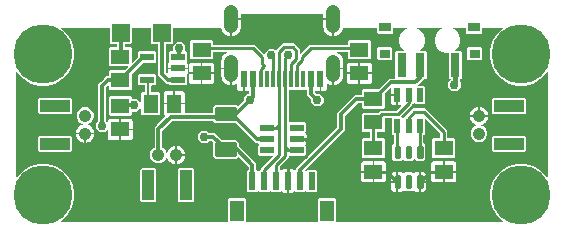
<source format=gbr>
G04 EAGLE Gerber RS-274X export*
G75*
%MOMM*%
%FSLAX34Y34*%
%LPD*%
%INTop Copper*%
%IPPOS*%
%AMOC8*
5,1,8,0,0,1.08239X$1,22.5*%
G01*
%ADD10R,0.600000X1.450000*%
%ADD11R,0.300000X1.450000*%
%ADD12C,1.158000*%
%ADD13C,0.300000*%
%ADD14R,1.600000X1.300000*%
%ADD15R,1.220000X0.620000*%
%ADD16R,1.300000X1.600000*%
%ADD17R,1.500000X1.500000*%
%ADD18C,1.058000*%
%ADD19R,2.500000X1.000000*%
%ADD20R,0.800000X2.000000*%
%ADD21R,0.900000X0.800000*%
%ADD22R,1.000000X0.800000*%
%ADD23R,1.150000X0.600000*%
%ADD24R,1.000000X2.500000*%
%ADD25R,0.600000X1.550000*%
%ADD26R,1.200000X1.800000*%
%ADD27R,0.550000X1.200000*%
%ADD28C,0.295000*%
%ADD29C,0.254000*%
%ADD30C,0.152400*%
%ADD31C,0.304800*%
%ADD32C,0.756400*%
%ADD33C,0.406400*%
%ADD34C,5.000000*%

G36*
X192016Y37017D02*
X192016Y37017D01*
X192067Y37019D01*
X192099Y37036D01*
X192135Y37045D01*
X192174Y37077D01*
X192219Y37102D01*
X192240Y37132D01*
X192268Y37155D01*
X192289Y37202D01*
X192319Y37243D01*
X192327Y37285D01*
X192339Y37313D01*
X192338Y37344D01*
X192346Y37386D01*
X192346Y55924D01*
X193388Y56966D01*
X206862Y56966D01*
X207904Y55924D01*
X207904Y37386D01*
X207915Y37336D01*
X207917Y37285D01*
X207935Y37253D01*
X207943Y37217D01*
X207976Y37177D01*
X208000Y37133D01*
X208030Y37112D01*
X208053Y37083D01*
X208100Y37062D01*
X208142Y37033D01*
X208184Y37025D01*
X208212Y37012D01*
X208242Y37013D01*
X208284Y37005D01*
X267966Y37005D01*
X268016Y37017D01*
X268067Y37019D01*
X268099Y37036D01*
X268135Y37045D01*
X268174Y37077D01*
X268219Y37102D01*
X268240Y37132D01*
X268268Y37155D01*
X268289Y37202D01*
X268319Y37243D01*
X268327Y37285D01*
X268339Y37313D01*
X268338Y37344D01*
X268346Y37386D01*
X268346Y55924D01*
X269388Y56966D01*
X282862Y56966D01*
X283904Y55924D01*
X283904Y37386D01*
X283915Y37336D01*
X283917Y37285D01*
X283935Y37253D01*
X283943Y37217D01*
X283976Y37177D01*
X284000Y37133D01*
X284030Y37112D01*
X284053Y37083D01*
X284100Y37062D01*
X284142Y37033D01*
X284184Y37025D01*
X284212Y37012D01*
X284242Y37013D01*
X284284Y37005D01*
X425079Y37005D01*
X425152Y37022D01*
X425225Y37035D01*
X425235Y37042D01*
X425247Y37045D01*
X425305Y37093D01*
X425366Y37136D01*
X425372Y37147D01*
X425381Y37155D01*
X425412Y37223D01*
X425447Y37289D01*
X425447Y37302D01*
X425452Y37313D01*
X425449Y37388D01*
X425451Y37463D01*
X425446Y37474D01*
X425445Y37486D01*
X425410Y37552D01*
X425378Y37620D01*
X425368Y37629D01*
X425363Y37639D01*
X425332Y37660D01*
X425269Y37715D01*
X424245Y38306D01*
X419306Y43245D01*
X415814Y49293D01*
X414007Y56039D01*
X414007Y63023D01*
X415814Y69769D01*
X419306Y75818D01*
X424245Y80756D01*
X430293Y84248D01*
X437039Y86056D01*
X444023Y86056D01*
X450769Y84248D01*
X456818Y80756D01*
X461756Y75818D01*
X462348Y74794D01*
X462399Y74739D01*
X462446Y74681D01*
X462458Y74676D01*
X462466Y74667D01*
X462536Y74641D01*
X462604Y74611D01*
X462617Y74611D01*
X462628Y74607D01*
X462703Y74614D01*
X462778Y74617D01*
X462788Y74623D01*
X462801Y74624D01*
X462864Y74664D01*
X462930Y74700D01*
X462937Y74710D01*
X462947Y74717D01*
X462987Y74781D01*
X463030Y74842D01*
X463032Y74855D01*
X463038Y74864D01*
X463041Y74902D01*
X463057Y74984D01*
X463057Y163141D01*
X463040Y163214D01*
X463028Y163288D01*
X463021Y163298D01*
X463018Y163310D01*
X462970Y163368D01*
X462926Y163428D01*
X462915Y163434D01*
X462907Y163444D01*
X462839Y163474D01*
X462773Y163509D01*
X462761Y163509D01*
X462749Y163514D01*
X462675Y163512D01*
X462600Y163514D01*
X462589Y163508D01*
X462576Y163508D01*
X462510Y163472D01*
X462443Y163441D01*
X462434Y163430D01*
X462424Y163425D01*
X462402Y163394D01*
X462348Y163331D01*
X461756Y162307D01*
X456818Y157369D01*
X450769Y153877D01*
X444023Y152069D01*
X437039Y152069D01*
X430293Y153877D01*
X424245Y157369D01*
X419306Y162307D01*
X415814Y168356D01*
X414007Y175102D01*
X414007Y182086D01*
X415814Y188832D01*
X419306Y194880D01*
X424245Y199819D01*
X425269Y200410D01*
X425323Y200461D01*
X425381Y200509D01*
X425386Y200520D01*
X425395Y200529D01*
X425421Y200599D01*
X425452Y200667D01*
X425451Y200679D01*
X425456Y200691D01*
X425448Y200765D01*
X425445Y200840D01*
X425439Y200851D01*
X425438Y200863D01*
X425398Y200927D01*
X425363Y200992D01*
X425353Y200999D01*
X425346Y201010D01*
X425282Y201049D01*
X425221Y201092D01*
X425208Y201095D01*
X425198Y201100D01*
X425160Y201104D01*
X425079Y201120D01*
X407800Y201120D01*
X407750Y201108D01*
X407699Y201106D01*
X407667Y201089D01*
X407631Y201080D01*
X407591Y201048D01*
X407547Y201023D01*
X407526Y200993D01*
X407497Y200970D01*
X407476Y200923D01*
X407447Y200882D01*
X407439Y200840D01*
X407426Y200812D01*
X407427Y200781D01*
X407419Y200739D01*
X407419Y197013D01*
X406377Y195971D01*
X394904Y195971D01*
X393862Y197013D01*
X393862Y200739D01*
X393850Y200789D01*
X393848Y200840D01*
X393831Y200872D01*
X393822Y200908D01*
X393790Y200948D01*
X393766Y200992D01*
X393736Y201013D01*
X393712Y201042D01*
X393666Y201063D01*
X393624Y201092D01*
X393582Y201100D01*
X393554Y201113D01*
X393524Y201112D01*
X393482Y201120D01*
X382789Y201120D01*
X382777Y201117D01*
X382764Y201119D01*
X382693Y201097D01*
X382621Y201080D01*
X382611Y201072D01*
X382598Y201068D01*
X382544Y201017D01*
X382487Y200970D01*
X382482Y200958D01*
X382472Y200949D01*
X382446Y200880D01*
X382416Y200812D01*
X382417Y200799D01*
X382412Y200787D01*
X382420Y200713D01*
X382423Y200639D01*
X382429Y200627D01*
X382430Y200614D01*
X382470Y200552D01*
X382505Y200486D01*
X382516Y200479D01*
X382523Y200468D01*
X382644Y200388D01*
X384292Y199706D01*
X387346Y196651D01*
X388999Y192660D01*
X388999Y188340D01*
X387346Y184349D01*
X384925Y181928D01*
X384911Y181906D01*
X384892Y181890D01*
X384866Y181833D01*
X384834Y181781D01*
X384831Y181755D01*
X384821Y181731D01*
X384823Y181670D01*
X384817Y181608D01*
X384826Y181584D01*
X384827Y181558D01*
X384857Y181504D01*
X384879Y181446D01*
X384898Y181429D01*
X384910Y181406D01*
X384960Y181371D01*
X385006Y181329D01*
X385031Y181321D01*
X385052Y181306D01*
X385136Y181290D01*
X385172Y181279D01*
X385182Y181281D01*
X385194Y181279D01*
X389647Y181279D01*
X390689Y180237D01*
X390689Y158763D01*
X389647Y157721D01*
X389102Y157721D01*
X389052Y157710D01*
X389001Y157708D01*
X388969Y157690D01*
X388933Y157682D01*
X388893Y157649D01*
X388849Y157625D01*
X388828Y157595D01*
X388799Y157572D01*
X388778Y157525D01*
X388749Y157483D01*
X388741Y157441D01*
X388728Y157413D01*
X388729Y157383D01*
X388721Y157341D01*
X388721Y155753D01*
X388739Y155680D01*
X388752Y155605D01*
X388759Y155595D01*
X388761Y155585D01*
X388785Y155556D01*
X388833Y155485D01*
X389307Y155011D01*
X389307Y150614D01*
X386198Y147506D01*
X381802Y147506D01*
X378693Y150614D01*
X378693Y155011D01*
X380755Y157072D01*
X380768Y157094D01*
X380788Y157110D01*
X380814Y157167D01*
X380846Y157219D01*
X380849Y157245D01*
X380859Y157269D01*
X380857Y157330D01*
X380863Y157392D01*
X380854Y157416D01*
X380853Y157442D01*
X380823Y157496D01*
X380801Y157554D01*
X380782Y157571D01*
X380770Y157594D01*
X380719Y157629D01*
X380674Y157671D01*
X380649Y157679D01*
X380628Y157694D01*
X380544Y157710D01*
X380508Y157721D01*
X380498Y157719D01*
X380486Y157721D01*
X380174Y157721D01*
X379132Y158763D01*
X379132Y179261D01*
X379120Y179311D01*
X379118Y179362D01*
X379101Y179394D01*
X379092Y179430D01*
X379060Y179469D01*
X379036Y179514D01*
X379006Y179535D01*
X378982Y179563D01*
X378936Y179584D01*
X378894Y179614D01*
X378852Y179622D01*
X378824Y179634D01*
X378794Y179633D01*
X378752Y179641D01*
X375981Y179641D01*
X371990Y181294D01*
X368935Y184349D01*
X367282Y188340D01*
X367282Y192660D01*
X368935Y196651D01*
X371990Y199706D01*
X373637Y200388D01*
X373648Y200396D01*
X373661Y200399D01*
X373718Y200446D01*
X373778Y200489D01*
X373784Y200501D01*
X373794Y200509D01*
X373825Y200577D01*
X373859Y200642D01*
X373860Y200655D01*
X373865Y200667D01*
X373862Y200741D01*
X373864Y200815D01*
X373859Y200827D01*
X373859Y200840D01*
X373823Y200905D01*
X373792Y200973D01*
X373782Y200981D01*
X373776Y200992D01*
X373715Y201035D01*
X373657Y201082D01*
X373645Y201085D01*
X373634Y201092D01*
X373492Y201120D01*
X352789Y201120D01*
X352777Y201117D01*
X352764Y201119D01*
X352693Y201097D01*
X352621Y201080D01*
X352611Y201072D01*
X352598Y201068D01*
X352544Y201017D01*
X352487Y200970D01*
X352482Y200958D01*
X352472Y200949D01*
X352446Y200880D01*
X352416Y200812D01*
X352417Y200799D01*
X352412Y200787D01*
X352420Y200713D01*
X352423Y200639D01*
X352429Y200627D01*
X352430Y200614D01*
X352470Y200552D01*
X352505Y200486D01*
X352516Y200479D01*
X352523Y200468D01*
X352644Y200388D01*
X354292Y199706D01*
X357346Y196651D01*
X358999Y192660D01*
X358999Y188340D01*
X357346Y184349D01*
X354925Y181928D01*
X354911Y181906D01*
X354892Y181890D01*
X354866Y181833D01*
X354834Y181781D01*
X354831Y181755D01*
X354821Y181731D01*
X354823Y181670D01*
X354817Y181608D01*
X354826Y181584D01*
X354827Y181558D01*
X354857Y181504D01*
X354879Y181446D01*
X354898Y181429D01*
X354910Y181406D01*
X354960Y181371D01*
X355006Y181329D01*
X355031Y181321D01*
X355052Y181306D01*
X355136Y181290D01*
X355172Y181279D01*
X355182Y181281D01*
X355194Y181279D01*
X359647Y181279D01*
X360689Y180237D01*
X360689Y158763D01*
X359647Y157721D01*
X358594Y157721D01*
X358544Y157710D01*
X358493Y157708D01*
X358461Y157690D01*
X358425Y157682D01*
X358385Y157649D01*
X358341Y157625D01*
X358320Y157595D01*
X358291Y157572D01*
X358270Y157525D01*
X358241Y157483D01*
X358233Y157441D01*
X358220Y157413D01*
X358221Y157383D01*
X358217Y157358D01*
X354414Y153556D01*
X353255Y152397D01*
X353241Y152375D01*
X353221Y152358D01*
X353196Y152302D01*
X353163Y152249D01*
X353161Y152224D01*
X353150Y152200D01*
X353153Y152138D01*
X353147Y152077D01*
X353156Y152053D01*
X353157Y152027D01*
X353187Y151973D01*
X353209Y151915D01*
X353227Y151897D01*
X353240Y151875D01*
X353290Y151839D01*
X353336Y151797D01*
X353360Y151790D01*
X353381Y151775D01*
X353466Y151759D01*
X353502Y151748D01*
X353512Y151750D01*
X353524Y151747D01*
X358268Y151747D01*
X359310Y150706D01*
X359310Y137232D01*
X358268Y136190D01*
X351294Y136190D01*
X350300Y137184D01*
X350257Y137211D01*
X350219Y137246D01*
X350184Y137256D01*
X350153Y137276D01*
X350102Y137281D01*
X350053Y137295D01*
X350017Y137289D01*
X349980Y137292D01*
X349933Y137274D01*
X349883Y137265D01*
X349847Y137242D01*
X349819Y137231D01*
X349798Y137208D01*
X349762Y137184D01*
X348768Y136190D01*
X348710Y136190D01*
X348661Y136178D01*
X348610Y136176D01*
X348577Y136159D01*
X348542Y136151D01*
X348502Y136118D01*
X348457Y136094D01*
X348436Y136064D01*
X348408Y136040D01*
X348387Y135994D01*
X348358Y135952D01*
X348349Y135910D01*
X348337Y135882D01*
X348338Y135852D01*
X348335Y135836D01*
X339160Y126661D01*
X338896Y126397D01*
X338882Y126375D01*
X338862Y126358D01*
X338837Y126302D01*
X338804Y126249D01*
X338802Y126224D01*
X338791Y126200D01*
X338794Y126138D01*
X338788Y126077D01*
X338797Y126053D01*
X338798Y126027D01*
X338827Y125973D01*
X338849Y125915D01*
X338868Y125898D01*
X338881Y125875D01*
X338931Y125839D01*
X338976Y125797D01*
X339001Y125790D01*
X339022Y125775D01*
X339107Y125759D01*
X339143Y125748D01*
X339152Y125750D01*
X339165Y125747D01*
X339268Y125747D01*
X340262Y124753D01*
X340306Y124726D01*
X340343Y124692D01*
X340378Y124681D01*
X340410Y124662D01*
X340460Y124657D01*
X340509Y124642D01*
X340545Y124649D01*
X340582Y124645D01*
X340630Y124663D01*
X340680Y124672D01*
X340715Y124696D01*
X340744Y124707D01*
X340765Y124729D01*
X340800Y124753D01*
X341794Y125747D01*
X341852Y125747D01*
X341902Y125759D01*
X341953Y125761D01*
X341985Y125779D01*
X342021Y125787D01*
X342060Y125819D01*
X342105Y125844D01*
X342126Y125874D01*
X342155Y125897D01*
X342176Y125944D01*
X342205Y125985D01*
X342213Y126027D01*
X342226Y126055D01*
X342224Y126086D01*
X342233Y126128D01*
X342233Y126357D01*
X348737Y132861D01*
X359263Y132861D01*
X378096Y114028D01*
X378096Y107956D01*
X378107Y107906D01*
X378109Y107855D01*
X378127Y107823D01*
X378135Y107787D01*
X378168Y107748D01*
X378192Y107703D01*
X378222Y107682D01*
X378245Y107653D01*
X378292Y107633D01*
X378334Y107603D01*
X378375Y107595D01*
X378403Y107583D01*
X378434Y107584D01*
X378476Y107576D01*
X383784Y107576D01*
X384826Y106534D01*
X384826Y92060D01*
X383784Y91018D01*
X366310Y91018D01*
X365268Y92060D01*
X365268Y106534D01*
X366310Y107576D01*
X371618Y107576D01*
X371668Y107587D01*
X371719Y107589D01*
X371751Y107607D01*
X371787Y107615D01*
X371826Y107648D01*
X371871Y107672D01*
X371892Y107702D01*
X371920Y107725D01*
X371941Y107772D01*
X371971Y107814D01*
X371979Y107855D01*
X371991Y107883D01*
X371990Y107914D01*
X371998Y107956D01*
X371998Y111345D01*
X371981Y111419D01*
X371968Y111494D01*
X371961Y111504D01*
X371959Y111514D01*
X371935Y111543D01*
X371887Y111614D01*
X359959Y123542D01*
X359937Y123555D01*
X359921Y123575D01*
X359864Y123601D01*
X359812Y123633D01*
X359786Y123636D01*
X359763Y123646D01*
X359701Y123644D01*
X359639Y123650D01*
X359615Y123641D01*
X359590Y123640D01*
X359535Y123610D01*
X359478Y123588D01*
X359460Y123569D01*
X359437Y123557D01*
X359402Y123506D01*
X359360Y123461D01*
X359352Y123436D01*
X359338Y123415D01*
X359321Y123331D01*
X359311Y123295D01*
X359312Y123285D01*
X359310Y123273D01*
X359310Y111232D01*
X358268Y110190D01*
X358210Y110190D01*
X358161Y110178D01*
X358110Y110176D01*
X358077Y110159D01*
X358042Y110151D01*
X358002Y110118D01*
X357957Y110094D01*
X357936Y110064D01*
X357908Y110040D01*
X357887Y109994D01*
X357858Y109952D01*
X357849Y109910D01*
X357837Y109882D01*
X357838Y109852D01*
X357830Y109810D01*
X357830Y103654D01*
X357847Y103580D01*
X357860Y103505D01*
X357867Y103495D01*
X357869Y103485D01*
X357893Y103456D01*
X357941Y103385D01*
X359510Y101817D01*
X359510Y89971D01*
X357604Y88065D01*
X351958Y88065D01*
X350300Y89723D01*
X350257Y89750D01*
X350219Y89785D01*
X350184Y89795D01*
X350153Y89815D01*
X350102Y89820D01*
X350053Y89834D01*
X350017Y89828D01*
X349980Y89831D01*
X349933Y89813D01*
X349882Y89804D01*
X349847Y89781D01*
X349819Y89770D01*
X349798Y89747D01*
X349762Y89723D01*
X348104Y88065D01*
X342458Y88065D01*
X340800Y89723D01*
X340757Y89750D01*
X340719Y89785D01*
X340684Y89795D01*
X340653Y89815D01*
X340602Y89820D01*
X340553Y89834D01*
X340517Y89828D01*
X340480Y89831D01*
X340433Y89813D01*
X340382Y89804D01*
X340347Y89781D01*
X340319Y89770D01*
X340298Y89747D01*
X340262Y89723D01*
X338604Y88065D01*
X332958Y88065D01*
X331053Y89971D01*
X331053Y101817D01*
X332621Y103385D01*
X332661Y103450D01*
X332705Y103512D01*
X332707Y103524D01*
X332713Y103532D01*
X332716Y103569D01*
X332733Y103654D01*
X332733Y109810D01*
X332721Y109859D01*
X332719Y109910D01*
X332701Y109943D01*
X332693Y109978D01*
X332661Y110018D01*
X332636Y110063D01*
X332606Y110084D01*
X332583Y110112D01*
X332536Y110133D01*
X332495Y110162D01*
X332453Y110171D01*
X332425Y110183D01*
X332394Y110182D01*
X332352Y110190D01*
X332294Y110190D01*
X331253Y111232D01*
X331253Y124384D01*
X331241Y124433D01*
X331239Y124484D01*
X331221Y124516D01*
X331213Y124552D01*
X331181Y124592D01*
X331156Y124636D01*
X331126Y124658D01*
X331103Y124686D01*
X331056Y124707D01*
X331015Y124736D01*
X330973Y124744D01*
X330945Y124757D01*
X330914Y124756D01*
X330872Y124764D01*
X325675Y124764D01*
X325625Y124752D01*
X325574Y124750D01*
X325542Y124733D01*
X325506Y124724D01*
X325466Y124692D01*
X325422Y124667D01*
X325401Y124637D01*
X325372Y124614D01*
X325351Y124567D01*
X325322Y124526D01*
X325314Y124484D01*
X325301Y124456D01*
X325302Y124425D01*
X325294Y124384D01*
X325294Y113732D01*
X324252Y112690D01*
X318945Y112690D01*
X318895Y112678D01*
X318844Y112676D01*
X318812Y112659D01*
X318776Y112651D01*
X318736Y112618D01*
X318692Y112594D01*
X318671Y112564D01*
X318642Y112540D01*
X318621Y112494D01*
X318592Y112452D01*
X318584Y112410D01*
X318571Y112382D01*
X318572Y112368D01*
X318571Y112367D01*
X318572Y112349D01*
X318564Y112310D01*
X318564Y107956D01*
X318576Y107906D01*
X318578Y107855D01*
X318595Y107823D01*
X318604Y107787D01*
X318636Y107748D01*
X318661Y107703D01*
X318691Y107682D01*
X318714Y107653D01*
X318761Y107633D01*
X318802Y107603D01*
X318844Y107595D01*
X318872Y107583D01*
X318903Y107584D01*
X318945Y107576D01*
X324252Y107576D01*
X325294Y106534D01*
X325294Y92060D01*
X324252Y91018D01*
X306779Y91018D01*
X305737Y92060D01*
X305737Y106534D01*
X306779Y107576D01*
X312087Y107576D01*
X312136Y107587D01*
X312187Y107589D01*
X312220Y107607D01*
X312255Y107615D01*
X312295Y107648D01*
X312340Y107672D01*
X312361Y107702D01*
X312389Y107725D01*
X312410Y107772D01*
X312439Y107814D01*
X312447Y107855D01*
X312460Y107883D01*
X312459Y107914D01*
X312467Y107956D01*
X312467Y112310D01*
X312455Y112359D01*
X312453Y112410D01*
X312436Y112443D01*
X312427Y112478D01*
X312395Y112518D01*
X312371Y112563D01*
X312341Y112584D01*
X312317Y112612D01*
X312271Y112633D01*
X312229Y112662D01*
X312187Y112671D01*
X312159Y112683D01*
X312129Y112682D01*
X312087Y112690D01*
X306779Y112690D01*
X305737Y113732D01*
X305737Y128206D01*
X306779Y129247D01*
X319325Y129247D01*
X319399Y129265D01*
X319474Y129278D01*
X319484Y129285D01*
X319494Y129287D01*
X319523Y129311D01*
X319594Y129359D01*
X321097Y130861D01*
X334580Y130861D01*
X334654Y130879D01*
X334728Y130892D01*
X334739Y130898D01*
X334748Y130901D01*
X334777Y130924D01*
X334849Y130973D01*
X338655Y134779D01*
X338668Y134801D01*
X338688Y134817D01*
X338714Y134874D01*
X338746Y134926D01*
X338749Y134952D01*
X338759Y134975D01*
X338757Y135037D01*
X338763Y135099D01*
X338754Y135123D01*
X338753Y135148D01*
X338723Y135203D01*
X338701Y135260D01*
X338682Y135278D01*
X338670Y135301D01*
X338619Y135336D01*
X338574Y135378D01*
X338549Y135386D01*
X338528Y135400D01*
X338444Y135417D01*
X338408Y135427D01*
X338398Y135426D01*
X338386Y135428D01*
X336542Y135428D01*
X336542Y143588D01*
X336531Y143637D01*
X336529Y143688D01*
X336511Y143721D01*
X336503Y143756D01*
X336470Y143796D01*
X336446Y143841D01*
X336416Y143862D01*
X336393Y143890D01*
X336346Y143911D01*
X336304Y143940D01*
X336263Y143948D01*
X336235Y143961D01*
X336204Y143960D01*
X336162Y143968D01*
X335780Y143968D01*
X335780Y144350D01*
X335769Y144399D01*
X335767Y144450D01*
X335749Y144483D01*
X335741Y144518D01*
X335708Y144558D01*
X335684Y144603D01*
X335654Y144624D01*
X335631Y144652D01*
X335584Y144673D01*
X335542Y144702D01*
X335501Y144710D01*
X335473Y144723D01*
X335442Y144722D01*
X335400Y144730D01*
X330491Y144730D01*
X330491Y149714D01*
X330485Y149739D01*
X330487Y149765D01*
X330465Y149823D01*
X330451Y149883D01*
X330435Y149903D01*
X330425Y149927D01*
X330380Y149969D01*
X330341Y150017D01*
X330317Y150027D01*
X330298Y150045D01*
X330239Y150062D01*
X330183Y150088D01*
X330157Y150087D01*
X330132Y150094D01*
X330071Y150083D01*
X330010Y150081D01*
X329987Y150069D01*
X329962Y150064D01*
X329890Y150016D01*
X329857Y149998D01*
X329852Y149990D01*
X329841Y149983D01*
X325406Y145547D01*
X325366Y145483D01*
X325322Y145421D01*
X325320Y145409D01*
X325314Y145400D01*
X325311Y145363D01*
X325294Y145279D01*
X325294Y133732D01*
X324252Y132690D01*
X306779Y132690D01*
X305737Y133732D01*
X305737Y137286D01*
X305725Y137335D01*
X305723Y137386D01*
X305706Y137419D01*
X305697Y137454D01*
X305665Y137494D01*
X305641Y137539D01*
X305611Y137560D01*
X305587Y137588D01*
X305541Y137609D01*
X305499Y137638D01*
X305457Y137647D01*
X305429Y137659D01*
X305399Y137658D01*
X305357Y137666D01*
X302682Y137666D01*
X302608Y137649D01*
X302533Y137636D01*
X302523Y137629D01*
X302513Y137627D01*
X302484Y137603D01*
X302413Y137555D01*
X291414Y126556D01*
X291374Y126491D01*
X291330Y126429D01*
X291328Y126417D01*
X291323Y126409D01*
X291319Y126372D01*
X291303Y126287D01*
X291303Y114137D01*
X257766Y80600D01*
X257757Y80586D01*
X257755Y80584D01*
X257752Y80578D01*
X257739Y80557D01*
X257704Y80519D01*
X257694Y80484D01*
X257674Y80453D01*
X257670Y80402D01*
X257655Y80353D01*
X257661Y80317D01*
X257658Y80280D01*
X257676Y80233D01*
X257685Y80182D01*
X257709Y80147D01*
X257719Y80118D01*
X257742Y80098D01*
X257766Y80062D01*
X257856Y79972D01*
X257900Y79945D01*
X257937Y79910D01*
X257972Y79900D01*
X258003Y79880D01*
X258054Y79876D01*
X258103Y79861D01*
X258139Y79867D01*
X258176Y79864D01*
X258224Y79882D01*
X258274Y79891D01*
X258309Y79915D01*
X258338Y79926D01*
X258359Y79948D01*
X258394Y79972D01*
X259388Y80966D01*
X266862Y80966D01*
X267904Y79924D01*
X267904Y62951D01*
X266862Y61909D01*
X259388Y61909D01*
X258394Y62903D01*
X258351Y62930D01*
X258313Y62965D01*
X258278Y62975D01*
X258247Y62994D01*
X258196Y62999D01*
X258147Y63014D01*
X258111Y63008D01*
X258074Y63011D01*
X258027Y62993D01*
X257976Y62984D01*
X257941Y62960D01*
X257912Y62949D01*
X257891Y62927D01*
X257856Y62903D01*
X256862Y61909D01*
X249388Y61909D01*
X248879Y62418D01*
X248867Y62425D01*
X248859Y62436D01*
X248794Y62471D01*
X248732Y62510D01*
X248718Y62511D01*
X248706Y62517D01*
X248632Y62519D01*
X248559Y62526D01*
X248546Y62521D01*
X248533Y62522D01*
X248466Y62491D01*
X248397Y62465D01*
X248388Y62455D01*
X248376Y62449D01*
X248281Y62340D01*
X248158Y62127D01*
X247685Y61654D01*
X247106Y61320D01*
X246460Y61147D01*
X243886Y61147D01*
X243886Y71056D01*
X243875Y71106D01*
X243873Y71157D01*
X243855Y71189D01*
X243847Y71225D01*
X243814Y71265D01*
X243790Y71309D01*
X243760Y71330D01*
X243736Y71359D01*
X243690Y71380D01*
X243648Y71409D01*
X243606Y71417D01*
X243578Y71430D01*
X243548Y71429D01*
X243506Y71437D01*
X242744Y71437D01*
X242694Y71425D01*
X242643Y71423D01*
X242611Y71406D01*
X242575Y71397D01*
X242536Y71365D01*
X242491Y71340D01*
X242470Y71310D01*
X242442Y71287D01*
X242421Y71240D01*
X242391Y71199D01*
X242383Y71157D01*
X242371Y71129D01*
X242372Y71098D01*
X242364Y71056D01*
X242364Y61147D01*
X239790Y61147D01*
X239144Y61320D01*
X238565Y61654D01*
X238092Y62127D01*
X237969Y62340D01*
X237960Y62349D01*
X237955Y62362D01*
X237901Y62412D01*
X237851Y62466D01*
X237838Y62471D01*
X237828Y62480D01*
X237758Y62501D01*
X237689Y62527D01*
X237675Y62525D01*
X237662Y62529D01*
X237589Y62516D01*
X237516Y62509D01*
X237505Y62502D01*
X237491Y62499D01*
X237371Y62418D01*
X236862Y61909D01*
X229388Y61909D01*
X228394Y62903D01*
X228351Y62930D01*
X228313Y62965D01*
X228278Y62975D01*
X228247Y62994D01*
X228196Y62999D01*
X228147Y63014D01*
X228111Y63008D01*
X228074Y63011D01*
X228027Y62993D01*
X227976Y62984D01*
X227941Y62960D01*
X227912Y62949D01*
X227891Y62927D01*
X227856Y62903D01*
X226862Y61909D01*
X219388Y61909D01*
X218394Y62903D01*
X218351Y62930D01*
X218313Y62965D01*
X218278Y62975D01*
X218247Y62994D01*
X218196Y62999D01*
X218147Y63014D01*
X218111Y63008D01*
X218074Y63011D01*
X218027Y62993D01*
X217976Y62984D01*
X217941Y62960D01*
X217912Y62949D01*
X217891Y62927D01*
X217856Y62903D01*
X216862Y61909D01*
X209388Y61909D01*
X208346Y62951D01*
X208346Y79924D01*
X209388Y80966D01*
X209442Y80966D01*
X209492Y80978D01*
X209543Y80980D01*
X209575Y80997D01*
X209611Y81006D01*
X209650Y81038D01*
X209695Y81063D01*
X209716Y81093D01*
X209744Y81116D01*
X209765Y81163D01*
X209795Y81204D01*
X209803Y81246D01*
X209815Y81274D01*
X209814Y81305D01*
X209822Y81346D01*
X209822Y83162D01*
X209805Y83236D01*
X209792Y83311D01*
X209785Y83321D01*
X209783Y83331D01*
X209759Y83359D01*
X209711Y83431D01*
X201428Y91713D01*
X201385Y91740D01*
X201348Y91775D01*
X201312Y91785D01*
X201281Y91805D01*
X201231Y91810D01*
X201182Y91824D01*
X201145Y91818D01*
X201109Y91821D01*
X201061Y91803D01*
X201011Y91794D01*
X200975Y91770D01*
X200947Y91760D01*
X200926Y91737D01*
X200891Y91713D01*
X199458Y90281D01*
X181542Y90281D01*
X179621Y92201D01*
X179621Y103998D01*
X179624Y104021D01*
X179638Y104070D01*
X179632Y104107D01*
X179635Y104143D01*
X179617Y104191D01*
X179608Y104241D01*
X179585Y104276D01*
X179574Y104305D01*
X179551Y104326D01*
X179527Y104361D01*
X178490Y105398D01*
X178426Y105438D01*
X178364Y105482D01*
X178351Y105484D01*
X178343Y105490D01*
X178306Y105493D01*
X178221Y105510D01*
X176360Y105510D01*
X176286Y105492D01*
X176211Y105479D01*
X176201Y105473D01*
X176191Y105470D01*
X176162Y105447D01*
X176091Y105398D01*
X174198Y103506D01*
X169802Y103506D01*
X166693Y106614D01*
X166693Y111011D01*
X169802Y114119D01*
X174198Y114119D01*
X176091Y112227D01*
X176155Y112187D01*
X176217Y112143D01*
X176229Y112141D01*
X176238Y112135D01*
X176275Y112132D01*
X176360Y112115D01*
X181115Y112115D01*
X187281Y105949D01*
X187345Y105909D01*
X187407Y105866D01*
X187419Y105863D01*
X187428Y105858D01*
X187465Y105855D01*
X187550Y105838D01*
X199458Y105838D01*
X201379Y103917D01*
X201379Y101262D01*
X201391Y101211D01*
X201392Y101167D01*
X201403Y101147D01*
X201409Y101113D01*
X201416Y101103D01*
X201418Y101093D01*
X201442Y101065D01*
X201473Y101019D01*
X201475Y101015D01*
X201476Y101014D01*
X201490Y100993D01*
X216428Y86056D01*
X216428Y81346D01*
X216439Y81297D01*
X216441Y81246D01*
X216459Y81214D01*
X216467Y81178D01*
X216500Y81138D01*
X216524Y81094D01*
X216554Y81072D01*
X216577Y81044D01*
X216624Y81023D01*
X216666Y80994D01*
X216708Y80986D01*
X216736Y80973D01*
X216766Y80974D01*
X216808Y80966D01*
X216862Y80966D01*
X217856Y79972D01*
X217899Y79945D01*
X217937Y79910D01*
X217972Y79900D01*
X218003Y79881D01*
X218054Y79876D01*
X218103Y79861D01*
X218139Y79867D01*
X218176Y79864D01*
X218223Y79882D01*
X218274Y79891D01*
X218309Y79915D01*
X218338Y79926D01*
X218359Y79948D01*
X218394Y79972D01*
X219388Y80966D01*
X219696Y80966D01*
X219746Y80978D01*
X219797Y80980D01*
X219829Y80997D01*
X219865Y81006D01*
X219904Y81038D01*
X219949Y81063D01*
X219970Y81093D01*
X219998Y81116D01*
X220019Y81163D01*
X220049Y81204D01*
X220057Y81246D01*
X220069Y81274D01*
X220068Y81305D01*
X220076Y81346D01*
X220076Y82200D01*
X230104Y92228D01*
X230118Y92250D01*
X230138Y92267D01*
X230163Y92323D01*
X230196Y92376D01*
X230198Y92401D01*
X230209Y92425D01*
X230206Y92487D01*
X230212Y92548D01*
X230203Y92572D01*
X230202Y92598D01*
X230173Y92652D01*
X230151Y92710D01*
X230132Y92728D01*
X230119Y92750D01*
X230069Y92786D01*
X230024Y92828D01*
X229999Y92835D01*
X229978Y92850D01*
X229893Y92866D01*
X229857Y92877D01*
X229848Y92875D01*
X229835Y92878D01*
X219138Y92878D01*
X218096Y93919D01*
X218096Y101393D01*
X218841Y102137D01*
X218859Y102167D01*
X218872Y102178D01*
X218879Y102193D01*
X218902Y102218D01*
X218913Y102253D01*
X218932Y102285D01*
X218935Y102319D01*
X218943Y102336D01*
X218942Y102353D01*
X218951Y102384D01*
X218945Y102421D01*
X218949Y102457D01*
X218937Y102487D01*
X218936Y102509D01*
X218927Y102527D01*
X218922Y102555D01*
X218898Y102590D01*
X218887Y102619D01*
X218866Y102638D01*
X218854Y102661D01*
X218847Y102666D01*
X218841Y102675D01*
X218096Y103419D01*
X218096Y103473D01*
X218085Y103523D01*
X218083Y103574D01*
X218065Y103606D01*
X218057Y103642D01*
X218024Y103681D01*
X218000Y103726D01*
X217970Y103747D01*
X217947Y103776D01*
X217900Y103797D01*
X217858Y103826D01*
X217816Y103834D01*
X217788Y103847D01*
X217758Y103845D01*
X217716Y103854D01*
X215288Y103854D01*
X198872Y120269D01*
X198808Y120309D01*
X198746Y120353D01*
X198734Y120355D01*
X198725Y120361D01*
X198688Y120364D01*
X198604Y120381D01*
X181542Y120381D01*
X179717Y122206D01*
X179652Y122246D01*
X179590Y122290D01*
X179578Y122292D01*
X179570Y122297D01*
X179533Y122301D01*
X179448Y122317D01*
X145286Y122317D01*
X145212Y122300D01*
X145137Y122287D01*
X145127Y122280D01*
X145117Y122278D01*
X145089Y122254D01*
X145017Y122206D01*
X136930Y114118D01*
X136890Y114054D01*
X136846Y113992D01*
X136844Y113980D01*
X136838Y113971D01*
X136835Y113934D01*
X136826Y113891D01*
X136825Y113888D01*
X136825Y113886D01*
X136818Y113849D01*
X136818Y99803D01*
X136833Y99741D01*
X136839Y99678D01*
X136852Y99657D01*
X136858Y99634D01*
X136898Y99585D01*
X136932Y99531D01*
X136955Y99517D01*
X136968Y99500D01*
X137002Y99485D01*
X137053Y99451D01*
X137520Y99258D01*
X139508Y97270D01*
X140258Y95460D01*
X140294Y95409D01*
X140324Y95354D01*
X140344Y95339D01*
X140359Y95319D01*
X140414Y95290D01*
X140465Y95253D01*
X140490Y95249D01*
X140512Y95238D01*
X140574Y95236D01*
X140636Y95226D01*
X140660Y95234D01*
X140685Y95233D01*
X140742Y95259D01*
X140802Y95278D01*
X140820Y95295D01*
X140843Y95305D01*
X140882Y95354D01*
X140927Y95397D01*
X140938Y95423D01*
X140951Y95440D01*
X140960Y95476D01*
X140982Y95531D01*
X140986Y95550D01*
X141576Y96975D01*
X142433Y98257D01*
X143524Y99348D01*
X144806Y100205D01*
X146232Y100795D01*
X147744Y101096D01*
X147754Y101096D01*
X147754Y93647D01*
X147766Y93597D01*
X147768Y93546D01*
X147785Y93514D01*
X147794Y93478D01*
X147826Y93439D01*
X147851Y93394D01*
X147881Y93373D01*
X147904Y93344D01*
X147951Y93323D01*
X147992Y93294D01*
X148034Y93286D01*
X148062Y93273D01*
X148093Y93275D01*
X148135Y93267D01*
X148517Y93267D01*
X148517Y93265D01*
X148135Y93265D01*
X148085Y93253D01*
X148034Y93251D01*
X148002Y93234D01*
X147966Y93225D01*
X147927Y93193D01*
X147882Y93168D01*
X147861Y93138D01*
X147832Y93115D01*
X147811Y93068D01*
X147782Y93027D01*
X147774Y92985D01*
X147761Y92957D01*
X147763Y92926D01*
X147754Y92884D01*
X147754Y85435D01*
X147744Y85435D01*
X146232Y85736D01*
X144806Y86326D01*
X143524Y87183D01*
X142433Y88274D01*
X141576Y89556D01*
X140986Y90982D01*
X140982Y91000D01*
X140956Y91057D01*
X140938Y91117D01*
X140921Y91135D01*
X140910Y91158D01*
X140862Y91197D01*
X140819Y91243D01*
X140796Y91252D01*
X140776Y91267D01*
X140715Y91281D01*
X140656Y91303D01*
X140632Y91301D01*
X140607Y91306D01*
X140546Y91292D01*
X140484Y91285D01*
X140463Y91272D01*
X140439Y91266D01*
X140391Y91226D01*
X140338Y91192D01*
X140322Y91169D01*
X140306Y91155D01*
X140291Y91121D01*
X140258Y91071D01*
X139508Y89261D01*
X137520Y87273D01*
X134922Y86197D01*
X132110Y86197D01*
X129511Y87273D01*
X127523Y89261D01*
X126447Y91860D01*
X126447Y94672D01*
X127523Y97270D01*
X129511Y99258D01*
X129978Y99451D01*
X130030Y99489D01*
X130086Y99519D01*
X130099Y99538D01*
X130119Y99553D01*
X130149Y99609D01*
X130185Y99661D01*
X130190Y99687D01*
X130200Y99706D01*
X130201Y99743D01*
X130213Y99803D01*
X130213Y116743D01*
X132259Y118789D01*
X139460Y125991D01*
X139468Y126002D01*
X139479Y126010D01*
X139513Y126075D01*
X139552Y126138D01*
X139553Y126151D01*
X139559Y126163D01*
X139561Y126237D01*
X139568Y126310D01*
X139564Y126323D01*
X139564Y126336D01*
X139533Y126403D01*
X139507Y126472D01*
X139497Y126481D01*
X139491Y126494D01*
X139382Y126589D01*
X138862Y126889D01*
X138389Y127362D01*
X138054Y127941D01*
X137881Y128587D01*
X137881Y136161D01*
X146541Y136161D01*
X146590Y136172D01*
X146641Y136174D01*
X146674Y136192D01*
X146709Y136200D01*
X146749Y136233D01*
X146794Y136257D01*
X146815Y136287D01*
X146843Y136310D01*
X146864Y136357D01*
X146893Y136399D01*
X146902Y136441D01*
X146914Y136468D01*
X146913Y136499D01*
X146921Y136541D01*
X146921Y136923D01*
X146923Y136923D01*
X146923Y136541D01*
X146934Y136491D01*
X146936Y136440D01*
X146954Y136408D01*
X146962Y136372D01*
X146995Y136333D01*
X147019Y136288D01*
X147049Y136267D01*
X147072Y136239D01*
X147119Y136218D01*
X147161Y136188D01*
X147203Y136180D01*
X147231Y136168D01*
X147261Y136169D01*
X147303Y136161D01*
X155963Y136161D01*
X155963Y129303D01*
X155974Y129253D01*
X155976Y129202D01*
X155994Y129170D01*
X156002Y129134D01*
X156035Y129095D01*
X156059Y129050D01*
X156089Y129029D01*
X156112Y129000D01*
X156159Y128980D01*
X156201Y128950D01*
X156242Y128942D01*
X156270Y128930D01*
X156301Y128931D01*
X156343Y128923D01*
X179241Y128923D01*
X179291Y128934D01*
X179342Y128936D01*
X179374Y128954D01*
X179410Y128962D01*
X179449Y128995D01*
X179494Y129019D01*
X179515Y129049D01*
X179543Y129072D01*
X179564Y129119D01*
X179594Y129161D01*
X179602Y129202D01*
X179614Y129230D01*
X179613Y129261D01*
X179621Y129303D01*
X179621Y134017D01*
X181542Y135938D01*
X199458Y135938D01*
X200688Y134709D01*
X200731Y134682D01*
X200768Y134647D01*
X200804Y134637D01*
X200835Y134617D01*
X200886Y134612D01*
X200935Y134598D01*
X200971Y134604D01*
X201007Y134601D01*
X201055Y134619D01*
X201105Y134628D01*
X201141Y134651D01*
X201169Y134662D01*
X201190Y134685D01*
X201225Y134709D01*
X205582Y139065D01*
X205622Y139130D01*
X205666Y139192D01*
X205668Y139204D01*
X205673Y139212D01*
X205677Y139249D01*
X205693Y139334D01*
X205693Y142011D01*
X208802Y145119D01*
X209942Y145119D01*
X209992Y145131D01*
X210043Y145133D01*
X210075Y145150D01*
X210111Y145159D01*
X210150Y145191D01*
X210195Y145216D01*
X210216Y145246D01*
X210244Y145269D01*
X210265Y145316D01*
X210295Y145357D01*
X210303Y145399D01*
X210315Y145427D01*
X210314Y145458D01*
X210322Y145499D01*
X210322Y147547D01*
X210308Y147608D01*
X210302Y147671D01*
X210288Y147692D01*
X210283Y147716D01*
X210243Y147764D01*
X210209Y147817D01*
X210188Y147830D01*
X210173Y147849D01*
X210115Y147875D01*
X210061Y147908D01*
X210037Y147910D01*
X210014Y147920D01*
X209952Y147918D01*
X209889Y147923D01*
X209863Y147914D01*
X209841Y147914D01*
X209808Y147896D01*
X209752Y147876D01*
X209606Y147792D01*
X208960Y147619D01*
X206386Y147619D01*
X206386Y157028D01*
X206375Y157078D01*
X206373Y157129D01*
X206355Y157161D01*
X206347Y157197D01*
X206314Y157236D01*
X206290Y157281D01*
X206260Y157302D01*
X206236Y157331D01*
X206190Y157352D01*
X206148Y157381D01*
X206106Y157389D01*
X206078Y157402D01*
X206048Y157400D01*
X206006Y157409D01*
X205244Y157409D01*
X205194Y157397D01*
X205143Y157395D01*
X205111Y157377D01*
X205075Y157369D01*
X205036Y157337D01*
X204991Y157312D01*
X204970Y157282D01*
X204942Y157259D01*
X204921Y157212D01*
X204891Y157171D01*
X204883Y157129D01*
X204871Y157101D01*
X204872Y157070D01*
X204864Y157028D01*
X204864Y147619D01*
X202290Y147619D01*
X201644Y147792D01*
X201065Y148126D01*
X200592Y148599D01*
X200257Y149179D01*
X200084Y149825D01*
X200084Y153486D01*
X200067Y153559D01*
X200055Y153633D01*
X200048Y153643D01*
X200045Y153655D01*
X199997Y153713D01*
X199953Y153773D01*
X199942Y153779D01*
X199935Y153788D01*
X199866Y153819D01*
X199800Y153854D01*
X199788Y153854D01*
X199776Y153859D01*
X199701Y153856D01*
X199626Y153858D01*
X199614Y153853D01*
X199603Y153853D01*
X199570Y153835D01*
X199493Y153802D01*
X198871Y153387D01*
X197355Y152759D01*
X195746Y152439D01*
X195686Y152439D01*
X195686Y166178D01*
X195675Y166228D01*
X195673Y166279D01*
X195655Y166311D01*
X195647Y166347D01*
X195614Y166386D01*
X195590Y166431D01*
X195560Y166452D01*
X195537Y166481D01*
X195490Y166502D01*
X195448Y166531D01*
X195406Y166539D01*
X195378Y166552D01*
X195348Y166550D01*
X195306Y166558D01*
X194924Y166558D01*
X194924Y166940D01*
X194912Y166990D01*
X194911Y167041D01*
X194893Y167073D01*
X194885Y167109D01*
X194852Y167148D01*
X194828Y167193D01*
X194798Y167214D01*
X194774Y167243D01*
X194728Y167264D01*
X194686Y167293D01*
X194644Y167301D01*
X194616Y167314D01*
X194586Y167312D01*
X194544Y167321D01*
X186594Y167321D01*
X186594Y173170D01*
X186724Y173823D01*
X186800Y174203D01*
X186914Y174779D01*
X187542Y176296D01*
X188454Y177660D01*
X189615Y178820D01*
X190979Y179732D01*
X191704Y180032D01*
X191714Y180040D01*
X191727Y180043D01*
X191784Y180090D01*
X191845Y180133D01*
X191851Y180145D01*
X191861Y180153D01*
X191891Y180221D01*
X191926Y180286D01*
X191926Y180299D01*
X191932Y180311D01*
X191929Y180385D01*
X191931Y180459D01*
X191925Y180471D01*
X191925Y180484D01*
X191890Y180549D01*
X191859Y180617D01*
X191848Y180625D01*
X191842Y180636D01*
X191782Y180679D01*
X191724Y180726D01*
X191711Y180729D01*
X191701Y180736D01*
X191558Y180764D01*
X180159Y180764D01*
X180109Y180752D01*
X180058Y180750D01*
X180026Y180733D01*
X179990Y180724D01*
X179951Y180692D01*
X179906Y180667D01*
X179885Y180637D01*
X179857Y180614D01*
X179836Y180567D01*
X179806Y180526D01*
X179798Y180484D01*
X179786Y180456D01*
X179787Y180434D01*
X179786Y180432D01*
X179786Y180421D01*
X179779Y180384D01*
X179779Y175404D01*
X178737Y174362D01*
X161263Y174362D01*
X160221Y175404D01*
X160221Y189877D01*
X161263Y190919D01*
X178737Y190919D01*
X179779Y189877D01*
X179779Y187241D01*
X179790Y187192D01*
X179792Y187141D01*
X179810Y187109D01*
X179818Y187073D01*
X179851Y187033D01*
X179875Y186989D01*
X179905Y186967D01*
X179928Y186939D01*
X179975Y186918D01*
X180017Y186889D01*
X180059Y186881D01*
X180087Y186868D01*
X180117Y186869D01*
X180159Y186861D01*
X214979Y186861D01*
X216876Y184964D01*
X223093Y178747D01*
X223115Y178734D01*
X223131Y178714D01*
X223188Y178688D01*
X223240Y178656D01*
X223266Y178653D01*
X223290Y178643D01*
X223351Y178645D01*
X223413Y178639D01*
X223437Y178648D01*
X223463Y178649D01*
X223517Y178679D01*
X223575Y178701D01*
X223592Y178720D01*
X223615Y178732D01*
X223650Y178783D01*
X223692Y178828D01*
X223700Y178853D01*
X223715Y178874D01*
X223731Y178958D01*
X223742Y178994D01*
X223740Y179004D01*
X223742Y179016D01*
X223742Y180011D01*
X226851Y183119D01*
X231247Y183119D01*
X232352Y182014D01*
X232396Y181987D01*
X232433Y181952D01*
X232468Y181942D01*
X232499Y181923D01*
X232550Y181918D01*
X232599Y181903D01*
X232635Y181910D01*
X232672Y181906D01*
X232720Y181924D01*
X232770Y181933D01*
X232805Y181957D01*
X232834Y181968D01*
X232855Y181990D01*
X232890Y182014D01*
X238737Y187861D01*
X248263Y187861D01*
X253049Y183075D01*
X253049Y179557D01*
X253055Y179532D01*
X253052Y179506D01*
X253074Y179449D01*
X253088Y179388D01*
X253105Y179369D01*
X253114Y179344D01*
X253159Y179302D01*
X253198Y179255D01*
X253222Y179244D01*
X253241Y179227D01*
X253300Y179209D01*
X253357Y179184D01*
X253382Y179185D01*
X253407Y179178D01*
X253468Y179188D01*
X253530Y179190D01*
X253552Y179203D01*
X253578Y179207D01*
X253649Y179255D01*
X253682Y179273D01*
X253688Y179281D01*
X253698Y179288D01*
X259374Y184964D01*
X261271Y186861D01*
X293450Y186861D01*
X293500Y186873D01*
X293551Y186875D01*
X293583Y186892D01*
X293619Y186901D01*
X293659Y186933D01*
X293703Y186958D01*
X293724Y186988D01*
X293753Y187011D01*
X293774Y187058D01*
X293803Y187099D01*
X293811Y187141D01*
X293824Y187169D01*
X293823Y187200D01*
X293831Y187241D01*
X293831Y189877D01*
X294873Y190919D01*
X312346Y190919D01*
X313388Y189877D01*
X313388Y175404D01*
X312346Y174362D01*
X294873Y174362D01*
X293831Y175404D01*
X293831Y180384D01*
X293819Y180433D01*
X293817Y180484D01*
X293800Y180516D01*
X293791Y180552D01*
X293759Y180592D01*
X293734Y180636D01*
X293704Y180658D01*
X293681Y180686D01*
X293634Y180707D01*
X293593Y180736D01*
X293551Y180744D01*
X293523Y180757D01*
X293492Y180756D01*
X293450Y180764D01*
X284692Y180764D01*
X284679Y180761D01*
X284666Y180763D01*
X284595Y180741D01*
X284523Y180724D01*
X284513Y180716D01*
X284501Y180712D01*
X284447Y180661D01*
X284389Y180614D01*
X284384Y180602D01*
X284375Y180593D01*
X284349Y180524D01*
X284318Y180456D01*
X284319Y180443D01*
X284314Y180431D01*
X284322Y180357D01*
X284325Y180283D01*
X284331Y180271D01*
X284333Y180259D01*
X284372Y180196D01*
X284408Y180131D01*
X284418Y180123D01*
X284425Y180112D01*
X284546Y180032D01*
X285271Y179732D01*
X286635Y178820D01*
X287796Y177660D01*
X288708Y176296D01*
X289336Y174779D01*
X289656Y173170D01*
X289656Y167321D01*
X281706Y167321D01*
X281656Y167309D01*
X281605Y167307D01*
X281573Y167289D01*
X281537Y167281D01*
X281498Y167249D01*
X281453Y167224D01*
X281432Y167194D01*
X281404Y167171D01*
X281383Y167124D01*
X281354Y167083D01*
X281345Y167041D01*
X281333Y167013D01*
X281334Y166982D01*
X281326Y166940D01*
X281326Y166558D01*
X280944Y166558D01*
X280894Y166547D01*
X280843Y166545D01*
X280811Y166527D01*
X280775Y166519D01*
X280736Y166487D01*
X280691Y166462D01*
X280670Y166432D01*
X280642Y166409D01*
X280621Y166362D01*
X280591Y166320D01*
X280583Y166279D01*
X280571Y166251D01*
X280572Y166220D01*
X280564Y166178D01*
X280564Y152439D01*
X280504Y152439D01*
X278895Y152759D01*
X277379Y153387D01*
X276757Y153802D01*
X276687Y153829D01*
X276618Y153859D01*
X276606Y153859D01*
X276595Y153863D01*
X276521Y153856D01*
X276445Y153853D01*
X276435Y153847D01*
X276423Y153846D01*
X276359Y153806D01*
X276293Y153770D01*
X276286Y153760D01*
X276276Y153754D01*
X276236Y153690D01*
X276193Y153628D01*
X276191Y153615D01*
X276185Y153606D01*
X276182Y153568D01*
X276166Y153486D01*
X276166Y149825D01*
X275993Y149179D01*
X275658Y148599D01*
X275185Y148126D01*
X274606Y147792D01*
X273960Y147619D01*
X271386Y147619D01*
X271386Y157028D01*
X271375Y157078D01*
X271373Y157129D01*
X271355Y157161D01*
X271347Y157197D01*
X271314Y157236D01*
X271290Y157281D01*
X271260Y157302D01*
X271236Y157331D01*
X271190Y157352D01*
X271148Y157381D01*
X271106Y157389D01*
X271078Y157402D01*
X271048Y157400D01*
X271006Y157409D01*
X270244Y157409D01*
X270194Y157397D01*
X270143Y157395D01*
X270111Y157377D01*
X270075Y157369D01*
X270036Y157337D01*
X269991Y157312D01*
X269970Y157282D01*
X269942Y157259D01*
X269921Y157212D01*
X269891Y157171D01*
X269883Y157129D01*
X269871Y157101D01*
X269872Y157070D01*
X269864Y157028D01*
X269864Y147619D01*
X267290Y147619D01*
X266644Y147792D01*
X266498Y147876D01*
X266438Y147894D01*
X266380Y147920D01*
X266356Y147919D01*
X266332Y147926D01*
X266270Y147916D01*
X266207Y147914D01*
X266186Y147902D01*
X266161Y147898D01*
X266110Y147861D01*
X266055Y147831D01*
X266041Y147811D01*
X266021Y147796D01*
X265992Y147741D01*
X265955Y147689D01*
X265950Y147662D01*
X265940Y147643D01*
X265939Y147606D01*
X265928Y147547D01*
X265928Y146713D01*
X265945Y146639D01*
X265958Y146564D01*
X265965Y146554D01*
X265967Y146544D01*
X265991Y146516D01*
X266039Y146444D01*
X267253Y145231D01*
X267317Y145191D01*
X267379Y145147D01*
X267391Y145145D01*
X267400Y145139D01*
X267437Y145136D01*
X267522Y145119D01*
X270198Y145119D01*
X273307Y142011D01*
X273307Y137614D01*
X270198Y134506D01*
X265802Y134506D01*
X262693Y137614D01*
X262693Y140291D01*
X262676Y140365D01*
X262663Y140440D01*
X262656Y140450D01*
X262654Y140460D01*
X262630Y140488D01*
X262582Y140560D01*
X259322Y143819D01*
X259322Y148000D01*
X259311Y148050D01*
X259309Y148101D01*
X259291Y148133D01*
X259283Y148169D01*
X259250Y148209D01*
X259226Y148253D01*
X259196Y148274D01*
X259173Y148303D01*
X259126Y148324D01*
X259084Y148353D01*
X259042Y148361D01*
X259014Y148374D01*
X258984Y148373D01*
X258942Y148381D01*
X258888Y148381D01*
X258644Y148625D01*
X258601Y148652D01*
X258563Y148687D01*
X258528Y148697D01*
X258497Y148716D01*
X258446Y148721D01*
X258397Y148736D01*
X258361Y148729D01*
X258324Y148733D01*
X258277Y148715D01*
X258226Y148706D01*
X258191Y148682D01*
X258162Y148671D01*
X258142Y148649D01*
X258106Y148625D01*
X257862Y148381D01*
X253385Y148381D01*
X253350Y148402D01*
X253313Y148437D01*
X253278Y148447D01*
X253247Y148466D01*
X253196Y148471D01*
X253147Y148486D01*
X253111Y148479D01*
X253074Y148483D01*
X253026Y148465D01*
X252976Y148456D01*
X252941Y148432D01*
X252912Y148421D01*
X252891Y148399D01*
X252865Y148381D01*
X248385Y148381D01*
X248350Y148402D01*
X248313Y148437D01*
X248278Y148447D01*
X248247Y148466D01*
X248196Y148471D01*
X248147Y148486D01*
X248111Y148479D01*
X248074Y148483D01*
X248026Y148465D01*
X247976Y148456D01*
X247941Y148432D01*
X247912Y148421D01*
X247891Y148399D01*
X247865Y148381D01*
X244054Y148381D01*
X244004Y148369D01*
X243953Y148367D01*
X243921Y148350D01*
X243885Y148341D01*
X243846Y148309D01*
X243801Y148284D01*
X243780Y148254D01*
X243752Y148231D01*
X243731Y148184D01*
X243701Y148143D01*
X243693Y148101D01*
X243681Y148073D01*
X243682Y148042D01*
X243674Y148000D01*
X243674Y121815D01*
X243685Y121766D01*
X243687Y121715D01*
X243705Y121682D01*
X243713Y121647D01*
X243746Y121607D01*
X243770Y121562D01*
X243800Y121541D01*
X243823Y121513D01*
X243870Y121492D01*
X243912Y121463D01*
X243954Y121454D01*
X243982Y121442D01*
X244012Y121443D01*
X244054Y121435D01*
X257112Y121435D01*
X258154Y120393D01*
X258154Y112919D01*
X257948Y112714D01*
X257921Y112671D01*
X257887Y112633D01*
X257876Y112598D01*
X257857Y112567D01*
X257852Y112516D01*
X257837Y112467D01*
X257844Y112431D01*
X257840Y112394D01*
X257858Y112347D01*
X257867Y112296D01*
X257891Y112261D01*
X257902Y112232D01*
X257924Y112212D01*
X257948Y112176D01*
X258408Y111716D01*
X258743Y111137D01*
X258916Y110491D01*
X258916Y107917D01*
X251006Y107917D01*
X250956Y107906D01*
X250905Y107904D01*
X250873Y107886D01*
X250837Y107878D01*
X250798Y107845D01*
X250753Y107821D01*
X250732Y107791D01*
X250704Y107768D01*
X250683Y107721D01*
X250653Y107679D01*
X250645Y107638D01*
X250633Y107610D01*
X250634Y107579D01*
X250626Y107537D01*
X250626Y106775D01*
X250637Y106726D01*
X250639Y106675D01*
X250657Y106642D01*
X250665Y106607D01*
X250698Y106567D01*
X250722Y106522D01*
X250752Y106501D01*
X250776Y106473D01*
X250822Y106452D01*
X250864Y106423D01*
X250906Y106415D01*
X250934Y106402D01*
X250964Y106403D01*
X251006Y106395D01*
X258916Y106395D01*
X258916Y103822D01*
X258743Y103176D01*
X258408Y102596D01*
X257948Y102136D01*
X257921Y102093D01*
X257887Y102055D01*
X257876Y102020D01*
X257857Y101989D01*
X257852Y101938D01*
X257837Y101889D01*
X257844Y101853D01*
X257840Y101817D01*
X257858Y101769D01*
X257867Y101719D01*
X257891Y101683D01*
X257902Y101655D01*
X257924Y101634D01*
X257948Y101599D01*
X258154Y101393D01*
X258154Y93919D01*
X257112Y92878D01*
X244054Y92878D01*
X244004Y92866D01*
X243953Y92864D01*
X243921Y92846D01*
X243885Y92838D01*
X243846Y92806D01*
X243801Y92781D01*
X243780Y92751D01*
X243752Y92728D01*
X243731Y92681D01*
X243701Y92640D01*
X243693Y92598D01*
X243681Y92570D01*
X243682Y92539D01*
X243674Y92497D01*
X243674Y91068D01*
X236285Y83679D01*
X236253Y83627D01*
X236252Y83626D01*
X236250Y83623D01*
X236245Y83615D01*
X236201Y83553D01*
X236199Y83541D01*
X236194Y83532D01*
X236190Y83495D01*
X236188Y83485D01*
X236181Y83468D01*
X236181Y83450D01*
X236174Y83411D01*
X236174Y81346D01*
X236185Y81297D01*
X236187Y81246D01*
X236205Y81214D01*
X236213Y81178D01*
X236246Y81138D01*
X236270Y81094D01*
X236300Y81072D01*
X236323Y81044D01*
X236370Y81023D01*
X236412Y80994D01*
X236454Y80986D01*
X236482Y80973D01*
X236512Y80974D01*
X236554Y80966D01*
X236862Y80966D01*
X237371Y80457D01*
X237383Y80450D01*
X237391Y80439D01*
X237456Y80404D01*
X237467Y80397D01*
X237489Y80381D01*
X237494Y80381D01*
X237518Y80365D01*
X237532Y80364D01*
X237544Y80358D01*
X237618Y80356D01*
X237626Y80355D01*
X237632Y80354D01*
X237638Y80354D01*
X237691Y80349D01*
X237704Y80354D01*
X237717Y80353D01*
X237784Y80384D01*
X237799Y80390D01*
X237814Y80393D01*
X237819Y80397D01*
X237853Y80410D01*
X237862Y80420D01*
X237874Y80426D01*
X237927Y80487D01*
X237947Y80504D01*
X237954Y80517D01*
X237969Y80535D01*
X238092Y80748D01*
X238565Y81221D01*
X239144Y81555D01*
X239790Y81728D01*
X242364Y81728D01*
X242364Y71819D01*
X242375Y71769D01*
X242377Y71718D01*
X242395Y71686D01*
X242403Y71650D01*
X242436Y71610D01*
X242460Y71566D01*
X242490Y71545D01*
X242513Y71516D01*
X242560Y71495D01*
X242602Y71466D01*
X242644Y71458D01*
X242672Y71445D01*
X242702Y71446D01*
X242744Y71438D01*
X243506Y71438D01*
X243556Y71450D01*
X243607Y71452D01*
X243639Y71469D01*
X243675Y71478D01*
X243714Y71510D01*
X243759Y71535D01*
X243780Y71565D01*
X243808Y71588D01*
X243829Y71635D01*
X243859Y71676D01*
X243867Y71718D01*
X243879Y71746D01*
X243878Y71777D01*
X243886Y71819D01*
X243886Y81728D01*
X246460Y81728D01*
X247106Y81555D01*
X247685Y81221D01*
X248158Y80748D01*
X248281Y80535D01*
X248290Y80526D01*
X248295Y80513D01*
X248313Y80496D01*
X248321Y80481D01*
X248352Y80460D01*
X248399Y80409D01*
X248412Y80404D01*
X248422Y80395D01*
X248459Y80384D01*
X248463Y80381D01*
X248478Y80379D01*
X248492Y80374D01*
X248561Y80348D01*
X248575Y80350D01*
X248588Y80346D01*
X248661Y80359D01*
X248734Y80366D01*
X248745Y80373D01*
X248759Y80376D01*
X248784Y80393D01*
X248787Y80393D01*
X248797Y80402D01*
X248879Y80457D01*
X249388Y80966D01*
X249442Y80966D01*
X249492Y80978D01*
X249543Y80980D01*
X249575Y80997D01*
X249611Y81006D01*
X249650Y81038D01*
X249695Y81063D01*
X249716Y81093D01*
X249744Y81116D01*
X249765Y81163D01*
X249795Y81204D01*
X249803Y81246D01*
X249815Y81274D01*
X249814Y81305D01*
X249822Y81346D01*
X249822Y81998D01*
X284586Y116762D01*
X284626Y116826D01*
X284670Y116888D01*
X284672Y116900D01*
X284677Y116909D01*
X284681Y116946D01*
X284697Y117030D01*
X284697Y129181D01*
X299788Y144271D01*
X305357Y144271D01*
X305406Y144283D01*
X305457Y144285D01*
X305490Y144303D01*
X305525Y144311D01*
X305565Y144343D01*
X305610Y144368D01*
X305631Y144398D01*
X305659Y144421D01*
X305680Y144468D01*
X305709Y144509D01*
X305717Y144551D01*
X305730Y144579D01*
X305729Y144610D01*
X305737Y144652D01*
X305737Y148206D01*
X306779Y149247D01*
X319607Y149247D01*
X319681Y149265D01*
X319755Y149278D01*
X319766Y149285D01*
X319775Y149287D01*
X319804Y149311D01*
X319876Y149359D01*
X328632Y158115D01*
X333862Y158115D01*
X333887Y158121D01*
X333913Y158119D01*
X333970Y158141D01*
X334031Y158155D01*
X334051Y158171D01*
X334075Y158180D01*
X334117Y158226D01*
X334164Y158265D01*
X334175Y158289D01*
X334192Y158307D01*
X334210Y158367D01*
X334235Y158423D01*
X334234Y158449D01*
X334242Y158474D01*
X334231Y158534D01*
X334229Y158596D01*
X334216Y158619D01*
X334212Y158644D01*
X334164Y158716D01*
X334146Y158748D01*
X334138Y158754D01*
X334132Y158763D01*
X334132Y180237D01*
X335174Y181279D01*
X341087Y181279D01*
X341112Y181285D01*
X341138Y181282D01*
X341196Y181304D01*
X341256Y181318D01*
X341276Y181335D01*
X341300Y181344D01*
X341342Y181389D01*
X341390Y181428D01*
X341400Y181452D01*
X341418Y181471D01*
X341435Y181530D01*
X341461Y181587D01*
X341460Y181612D01*
X341467Y181637D01*
X341456Y181698D01*
X341454Y181760D01*
X341442Y181782D01*
X341437Y181808D01*
X341389Y181879D01*
X341371Y181912D01*
X341363Y181918D01*
X341356Y181928D01*
X338935Y184349D01*
X337282Y188340D01*
X337282Y192660D01*
X338935Y196651D01*
X341990Y199706D01*
X343637Y200388D01*
X343648Y200396D01*
X343661Y200399D01*
X343718Y200446D01*
X343778Y200489D01*
X343784Y200501D01*
X343794Y200509D01*
X343825Y200577D01*
X343859Y200642D01*
X343860Y200655D01*
X343865Y200667D01*
X343862Y200741D01*
X343864Y200815D01*
X343859Y200827D01*
X343859Y200840D01*
X343823Y200905D01*
X343792Y200973D01*
X343782Y200981D01*
X343776Y200992D01*
X343715Y201035D01*
X343657Y201082D01*
X343645Y201085D01*
X343634Y201092D01*
X343492Y201120D01*
X332800Y201120D01*
X332750Y201108D01*
X332699Y201106D01*
X332667Y201089D01*
X332631Y201080D01*
X332591Y201048D01*
X332547Y201023D01*
X332526Y200993D01*
X332497Y200970D01*
X332476Y200923D01*
X332447Y200882D01*
X332439Y200840D01*
X332426Y200812D01*
X332427Y200781D01*
X332419Y200739D01*
X332419Y197013D01*
X331377Y195971D01*
X319904Y195971D01*
X318862Y197013D01*
X318862Y200739D01*
X318850Y200789D01*
X318848Y200840D01*
X318831Y200872D01*
X318822Y200908D01*
X318790Y200948D01*
X318766Y200992D01*
X318736Y201013D01*
X318712Y201042D01*
X318666Y201063D01*
X318624Y201092D01*
X318582Y201100D01*
X318554Y201113D01*
X318524Y201112D01*
X318482Y201120D01*
X289843Y201120D01*
X289829Y201116D01*
X289815Y201119D01*
X289745Y201097D01*
X289674Y201080D01*
X289663Y201071D01*
X289650Y201067D01*
X289597Y201017D01*
X289540Y200970D01*
X289535Y200957D01*
X289525Y200948D01*
X289470Y200814D01*
X289349Y200205D01*
X289336Y200139D01*
X288708Y198623D01*
X287796Y197259D01*
X286635Y196098D01*
X285271Y195187D01*
X283755Y194559D01*
X282146Y194239D01*
X282086Y194239D01*
X282086Y205114D01*
X282073Y205172D01*
X282073Y205177D01*
X282071Y205180D01*
X282069Y205188D01*
X282056Y205263D01*
X282049Y205273D01*
X282047Y205283D01*
X282023Y205312D01*
X281975Y205383D01*
X281213Y206145D01*
X281191Y206159D01*
X281175Y206179D01*
X281118Y206204D01*
X281066Y206237D01*
X281040Y206239D01*
X281016Y206250D01*
X280955Y206247D01*
X280893Y206253D01*
X280869Y206244D01*
X280843Y206243D01*
X280789Y206214D01*
X280731Y206192D01*
X280714Y206173D01*
X280691Y206160D01*
X280656Y206110D01*
X280614Y206064D01*
X280606Y206040D01*
X280591Y206019D01*
X280575Y205934D01*
X280564Y205898D01*
X280566Y205888D01*
X280564Y205876D01*
X280564Y194239D01*
X280504Y194239D01*
X278895Y194559D01*
X277379Y195187D01*
X276015Y196098D01*
X274854Y197259D01*
X273942Y198623D01*
X273314Y200139D01*
X272994Y201749D01*
X272994Y207598D01*
X279635Y207598D01*
X279673Y207607D01*
X279711Y207606D01*
X279756Y207626D01*
X279804Y207638D01*
X279834Y207662D01*
X279869Y207678D01*
X279900Y207716D01*
X279938Y207748D01*
X279954Y207783D01*
X279978Y207813D01*
X279988Y207861D01*
X280009Y207906D01*
X280007Y207944D01*
X280016Y207982D01*
X280004Y208041D01*
X280002Y208079D01*
X279992Y208097D01*
X279987Y208124D01*
X279671Y208886D01*
X279634Y208938D01*
X279604Y208993D01*
X279584Y209007D01*
X279570Y209027D01*
X279514Y209056D01*
X279462Y209093D01*
X279436Y209098D01*
X279417Y209108D01*
X279379Y209109D01*
X279320Y209121D01*
X272994Y209121D01*
X272994Y212646D01*
X272983Y212695D01*
X272981Y212746D01*
X272963Y212779D01*
X272955Y212814D01*
X272922Y212854D01*
X272898Y212899D01*
X272868Y212920D01*
X272845Y212948D01*
X272798Y212969D01*
X272756Y212998D01*
X272714Y213006D01*
X272686Y213019D01*
X272656Y213018D01*
X272614Y213026D01*
X203636Y213026D01*
X203586Y213014D01*
X203535Y213012D01*
X203503Y212995D01*
X203467Y212986D01*
X203428Y212954D01*
X203383Y212930D01*
X203362Y212900D01*
X203334Y212876D01*
X203313Y212830D01*
X203283Y212788D01*
X203275Y212746D01*
X203263Y212718D01*
X203264Y212688D01*
X203256Y212646D01*
X203256Y209121D01*
X196930Y209121D01*
X196868Y209106D01*
X196805Y209099D01*
X196785Y209087D01*
X196762Y209081D01*
X196712Y209041D01*
X196659Y209007D01*
X196644Y208984D01*
X196628Y208971D01*
X196612Y208937D01*
X196579Y208886D01*
X196263Y208124D01*
X196257Y208086D01*
X196241Y208051D01*
X196243Y208002D01*
X196235Y207953D01*
X196246Y207916D01*
X196248Y207878D01*
X196271Y207834D01*
X196286Y207787D01*
X196312Y207759D01*
X196331Y207725D01*
X196371Y207697D01*
X196405Y207661D01*
X196441Y207648D01*
X196472Y207626D01*
X196532Y207614D01*
X196567Y207601D01*
X196588Y207603D01*
X196615Y207598D01*
X203256Y207598D01*
X203256Y201749D01*
X203176Y201346D01*
X203100Y200966D01*
X203100Y200965D01*
X202949Y200205D01*
X202936Y200139D01*
X202308Y198623D01*
X201396Y197259D01*
X200235Y196098D01*
X198871Y195187D01*
X197355Y194559D01*
X195746Y194239D01*
X195686Y194239D01*
X195686Y205876D01*
X195680Y205901D01*
X195683Y205927D01*
X195661Y205985D01*
X195647Y206045D01*
X195630Y206065D01*
X195621Y206089D01*
X195576Y206131D01*
X195537Y206179D01*
X195513Y206189D01*
X195494Y206207D01*
X195435Y206224D01*
X195378Y206250D01*
X195353Y206249D01*
X195328Y206256D01*
X195267Y206245D01*
X195205Y206243D01*
X195183Y206231D01*
X195157Y206226D01*
X195086Y206178D01*
X195053Y206160D01*
X195047Y206152D01*
X195037Y206145D01*
X194275Y205383D01*
X194235Y205319D01*
X194191Y205257D01*
X194189Y205245D01*
X194184Y205236D01*
X194180Y205199D01*
X194164Y205114D01*
X194164Y194239D01*
X194104Y194239D01*
X192495Y194559D01*
X190979Y195187D01*
X189615Y196098D01*
X188454Y197259D01*
X187542Y198623D01*
X186914Y200139D01*
X186780Y200814D01*
X186775Y200826D01*
X186774Y200840D01*
X186739Y200905D01*
X186709Y200971D01*
X186698Y200980D01*
X186691Y200992D01*
X186631Y201034D01*
X186574Y201081D01*
X186561Y201084D01*
X186550Y201092D01*
X186407Y201120D01*
X146221Y201120D01*
X146172Y201108D01*
X146121Y201106D01*
X146089Y201089D01*
X146053Y201080D01*
X146013Y201048D01*
X145969Y201023D01*
X145947Y200993D01*
X145919Y200970D01*
X145898Y200923D01*
X145869Y200882D01*
X145861Y200840D01*
X145848Y200812D01*
X145849Y200781D01*
X145841Y200739D01*
X145841Y188216D01*
X144799Y187174D01*
X140245Y187174D01*
X140196Y187163D01*
X140145Y187161D01*
X140113Y187143D01*
X140077Y187135D01*
X140037Y187102D01*
X139993Y187078D01*
X139971Y187048D01*
X139943Y187025D01*
X139922Y186978D01*
X139893Y186936D01*
X139885Y186895D01*
X139872Y186867D01*
X139873Y186836D01*
X139865Y186794D01*
X139865Y163776D01*
X139883Y163701D01*
X139896Y163627D01*
X139902Y163617D01*
X139905Y163607D01*
X139928Y163578D01*
X139977Y163507D01*
X140662Y162821D01*
X140726Y162781D01*
X140787Y162738D01*
X140799Y162736D01*
X140810Y162730D01*
X140884Y162722D01*
X140958Y162710D01*
X140970Y162714D01*
X140982Y162713D01*
X141052Y162740D01*
X141123Y162762D01*
X141132Y162770D01*
X141144Y162775D01*
X141195Y162830D01*
X141249Y162881D01*
X141253Y162893D01*
X141262Y162902D01*
X141283Y162974D01*
X141309Y163044D01*
X141308Y163057D01*
X141311Y163068D01*
X141304Y163105D01*
X141298Y163188D01*
X141281Y163253D01*
X141281Y165926D01*
X149541Y165926D01*
X149590Y165938D01*
X149641Y165940D01*
X149674Y165957D01*
X149709Y165966D01*
X149749Y165998D01*
X149794Y166023D01*
X149815Y166053D01*
X149843Y166076D01*
X149864Y166123D01*
X149893Y166164D01*
X149902Y166206D01*
X149914Y166234D01*
X149913Y166265D01*
X149921Y166307D01*
X149921Y167068D01*
X149909Y167118D01*
X149907Y167169D01*
X149890Y167201D01*
X149882Y167237D01*
X149849Y167277D01*
X149825Y167321D01*
X149795Y167342D01*
X149771Y167371D01*
X149725Y167392D01*
X149683Y167421D01*
X149641Y167429D01*
X149613Y167442D01*
X149583Y167441D01*
X149541Y167449D01*
X141281Y167449D01*
X141281Y170122D01*
X141454Y170768D01*
X141789Y171348D01*
X142149Y171707D01*
X142176Y171751D01*
X142210Y171788D01*
X142221Y171823D01*
X142240Y171855D01*
X142245Y171905D01*
X142259Y171954D01*
X142253Y171991D01*
X142257Y172027D01*
X142238Y172075D01*
X142230Y172125D01*
X142206Y172160D01*
X142195Y172189D01*
X142173Y172210D01*
X142149Y172245D01*
X142043Y172351D01*
X142043Y180024D01*
X143085Y181066D01*
X145323Y181066D01*
X145349Y181072D01*
X145375Y181070D01*
X145432Y181092D01*
X145492Y181106D01*
X145512Y181122D01*
X145537Y181132D01*
X145578Y181177D01*
X145626Y181216D01*
X145636Y181240D01*
X145654Y181259D01*
X145672Y181318D01*
X145697Y181374D01*
X145696Y181400D01*
X145703Y181425D01*
X145693Y181481D01*
X145693Y186011D01*
X148802Y189119D01*
X153198Y189119D01*
X156307Y186011D01*
X156307Y181527D01*
X156303Y181519D01*
X156306Y181457D01*
X156300Y181396D01*
X156309Y181372D01*
X156310Y181346D01*
X156339Y181292D01*
X156361Y181234D01*
X156380Y181216D01*
X156393Y181194D01*
X156443Y181158D01*
X156488Y181116D01*
X156513Y181109D01*
X156534Y181094D01*
X156618Y181078D01*
X156654Y181067D01*
X156664Y181069D01*
X156677Y181066D01*
X156759Y181066D01*
X157801Y180024D01*
X157801Y172351D01*
X157695Y172245D01*
X157685Y172230D01*
X157679Y172225D01*
X157672Y172207D01*
X157668Y172202D01*
X157633Y172164D01*
X157623Y172129D01*
X157604Y172098D01*
X157599Y172047D01*
X157584Y171998D01*
X157591Y171962D01*
X157587Y171926D01*
X157605Y171878D01*
X157614Y171828D01*
X157638Y171792D01*
X157649Y171764D01*
X157671Y171743D01*
X157695Y171707D01*
X158055Y171348D01*
X158389Y170768D01*
X158563Y170122D01*
X158563Y167449D01*
X150303Y167449D01*
X150253Y167437D01*
X150202Y167435D01*
X150170Y167418D01*
X150134Y167409D01*
X150095Y167377D01*
X150050Y167352D01*
X150029Y167322D01*
X150001Y167299D01*
X149980Y167252D01*
X149950Y167211D01*
X149942Y167169D01*
X149930Y167141D01*
X149930Y167125D01*
X149930Y167123D01*
X149930Y167107D01*
X149923Y167068D01*
X149923Y166307D01*
X149934Y166257D01*
X149936Y166206D01*
X149954Y166174D01*
X149962Y166138D01*
X149995Y166098D01*
X150019Y166054D01*
X150049Y166033D01*
X150072Y166004D01*
X150119Y165983D01*
X150161Y165954D01*
X150203Y165946D01*
X150231Y165933D01*
X150261Y165934D01*
X150303Y165926D01*
X158563Y165926D01*
X158563Y163253D01*
X158389Y162607D01*
X158055Y162027D01*
X157695Y161668D01*
X157668Y161624D01*
X157633Y161587D01*
X157623Y161551D01*
X157604Y161520D01*
X157599Y161470D01*
X157584Y161421D01*
X157591Y161384D01*
X157587Y161348D01*
X157605Y161300D01*
X157614Y161250D01*
X157638Y161215D01*
X157649Y161186D01*
X157671Y161165D01*
X157695Y161130D01*
X157801Y161024D01*
X157801Y153351D01*
X156759Y152309D01*
X143085Y152309D01*
X142043Y153351D01*
X142043Y153505D01*
X142032Y153554D01*
X142030Y153605D01*
X142012Y153637D01*
X142004Y153673D01*
X141971Y153713D01*
X141947Y153757D01*
X141917Y153779D01*
X141893Y153807D01*
X141847Y153828D01*
X141805Y153857D01*
X141763Y153865D01*
X141735Y153878D01*
X141705Y153877D01*
X141663Y153885D01*
X140257Y153885D01*
X133260Y160882D01*
X133260Y186794D01*
X133248Y186844D01*
X133246Y186895D01*
X133229Y186927D01*
X133220Y186963D01*
X133188Y187002D01*
X133163Y187047D01*
X133133Y187068D01*
X133110Y187097D01*
X133063Y187117D01*
X133022Y187147D01*
X132980Y187155D01*
X132952Y187167D01*
X132921Y187166D01*
X132880Y187174D01*
X128326Y187174D01*
X127284Y188216D01*
X127284Y200739D01*
X127272Y200789D01*
X127270Y200840D01*
X127253Y200872D01*
X127244Y200908D01*
X127212Y200948D01*
X127187Y200992D01*
X127157Y201013D01*
X127134Y201042D01*
X127087Y201063D01*
X127046Y201092D01*
X127004Y201100D01*
X126976Y201113D01*
X126945Y201112D01*
X126904Y201120D01*
X111221Y201120D01*
X111172Y201108D01*
X111121Y201106D01*
X111089Y201089D01*
X111053Y201080D01*
X111013Y201048D01*
X110969Y201023D01*
X110947Y200993D01*
X110919Y200970D01*
X110898Y200923D01*
X110869Y200882D01*
X110861Y200840D01*
X110848Y200812D01*
X110849Y200781D01*
X110841Y200739D01*
X110841Y188216D01*
X109799Y187174D01*
X105245Y187174D01*
X105196Y187163D01*
X105145Y187161D01*
X105113Y187143D01*
X105077Y187135D01*
X105037Y187102D01*
X104993Y187078D01*
X104971Y187048D01*
X104943Y187025D01*
X104922Y186978D01*
X104893Y186936D01*
X104885Y186895D01*
X104872Y186867D01*
X104873Y186836D01*
X104865Y186794D01*
X104865Y185346D01*
X104877Y185297D01*
X104879Y185246D01*
X104896Y185214D01*
X104905Y185178D01*
X104937Y185138D01*
X104962Y185094D01*
X104992Y185072D01*
X105015Y185044D01*
X105062Y185023D01*
X105103Y184994D01*
X105145Y184986D01*
X105173Y184973D01*
X105204Y184974D01*
X105245Y184966D01*
X109940Y184966D01*
X110982Y183924D01*
X110982Y172055D01*
X110988Y172030D01*
X110985Y172004D01*
X111007Y171946D01*
X111021Y171886D01*
X111038Y171866D01*
X111047Y171842D01*
X111092Y171800D01*
X111132Y171753D01*
X111155Y171742D01*
X111174Y171725D01*
X111233Y171707D01*
X111290Y171682D01*
X111315Y171683D01*
X111340Y171675D01*
X111401Y171686D01*
X111463Y171688D01*
X111485Y171701D01*
X111511Y171705D01*
X111582Y171753D01*
X111615Y171771D01*
X111621Y171779D01*
X111631Y171786D01*
X115932Y176087D01*
X115972Y176151D01*
X116016Y176214D01*
X116018Y176226D01*
X116023Y176234D01*
X116027Y176271D01*
X116043Y176356D01*
X116043Y180024D01*
X117085Y181066D01*
X130759Y181066D01*
X131801Y180024D01*
X131801Y172351D01*
X130759Y171309D01*
X120653Y171309D01*
X120579Y171291D01*
X120504Y171278D01*
X120494Y171272D01*
X120484Y171269D01*
X120455Y171246D01*
X120384Y171197D01*
X111093Y161907D01*
X111053Y161842D01*
X111009Y161780D01*
X111007Y161768D01*
X111002Y161760D01*
X110998Y161723D01*
X110982Y161638D01*
X110982Y149451D01*
X109940Y148409D01*
X92466Y148409D01*
X91424Y149451D01*
X91424Y151648D01*
X91419Y151673D01*
X91421Y151699D01*
X91399Y151757D01*
X91385Y151817D01*
X91368Y151837D01*
X91359Y151861D01*
X91314Y151903D01*
X91275Y151951D01*
X91251Y151961D01*
X91232Y151979D01*
X91173Y151996D01*
X91117Y152021D01*
X91091Y152020D01*
X91066Y152028D01*
X91005Y152017D01*
X90943Y152015D01*
X90921Y152002D01*
X90895Y151998D01*
X90824Y151950D01*
X90791Y151932D01*
X90785Y151924D01*
X90775Y151917D01*
X89414Y150556D01*
X89374Y150491D01*
X89330Y150429D01*
X89328Y150417D01*
X89323Y150409D01*
X89319Y150372D01*
X89303Y150287D01*
X89303Y122172D01*
X89315Y122121D01*
X89316Y122081D01*
X89326Y122062D01*
X89333Y122023D01*
X89340Y122013D01*
X89342Y122003D01*
X89366Y121975D01*
X89414Y121903D01*
X90013Y121304D01*
X90035Y121290D01*
X90052Y121271D01*
X90108Y121245D01*
X90160Y121213D01*
X90186Y121210D01*
X90210Y121200D01*
X90271Y121202D01*
X90333Y121196D01*
X90357Y121205D01*
X90383Y121206D01*
X90437Y121236D01*
X90495Y121258D01*
X90512Y121277D01*
X90535Y121289D01*
X90571Y121339D01*
X90613Y121385D01*
X90620Y121410D01*
X90635Y121431D01*
X90651Y121515D01*
X90662Y121551D01*
X90660Y121561D01*
X90662Y121573D01*
X90662Y121850D01*
X90836Y122496D01*
X91170Y123076D01*
X91643Y123549D01*
X92223Y123883D01*
X92869Y124056D01*
X100442Y124056D01*
X100442Y115397D01*
X100454Y115347D01*
X100455Y115296D01*
X100473Y115264D01*
X100481Y115228D01*
X100514Y115189D01*
X100538Y115144D01*
X100568Y115123D01*
X100592Y115094D01*
X100638Y115073D01*
X100680Y115044D01*
X100722Y115036D01*
X100750Y115023D01*
X100780Y115025D01*
X100822Y115016D01*
X101204Y115016D01*
X101204Y115015D01*
X100822Y115015D01*
X100773Y115003D01*
X100721Y115001D01*
X100689Y114984D01*
X100653Y114975D01*
X100614Y114943D01*
X100569Y114918D01*
X100548Y114888D01*
X100520Y114865D01*
X100499Y114818D01*
X100470Y114777D01*
X100461Y114735D01*
X100449Y114707D01*
X100450Y114676D01*
X100442Y114635D01*
X100442Y105975D01*
X92869Y105975D01*
X92223Y106148D01*
X91643Y106483D01*
X91170Y106956D01*
X90836Y107535D01*
X90662Y108181D01*
X90662Y114052D01*
X90657Y114077D01*
X90659Y114103D01*
X90637Y114161D01*
X90623Y114221D01*
X90607Y114241D01*
X90597Y114265D01*
X90552Y114307D01*
X90513Y114354D01*
X90489Y114365D01*
X90470Y114383D01*
X90411Y114400D01*
X90355Y114425D01*
X90329Y114424D01*
X90304Y114432D01*
X90243Y114421D01*
X90181Y114419D01*
X90159Y114406D01*
X90133Y114402D01*
X90062Y114354D01*
X90029Y114336D01*
X90023Y114328D01*
X90013Y114321D01*
X88198Y112506D01*
X83802Y112506D01*
X80693Y115614D01*
X80693Y120011D01*
X82586Y121903D01*
X82611Y121944D01*
X82619Y121951D01*
X82629Y121972D01*
X82670Y122030D01*
X82672Y122042D01*
X82677Y122050D01*
X82681Y122087D01*
X82681Y122088D01*
X82690Y122109D01*
X82689Y122132D01*
X82697Y122172D01*
X82697Y153181D01*
X84743Y155227D01*
X87461Y157944D01*
X89507Y159990D01*
X91044Y159990D01*
X91094Y160002D01*
X91145Y160004D01*
X91177Y160021D01*
X91213Y160030D01*
X91252Y160062D01*
X91297Y160087D01*
X91318Y160117D01*
X91347Y160140D01*
X91367Y160187D01*
X91397Y160228D01*
X91405Y160270D01*
X91417Y160298D01*
X91416Y160329D01*
X91424Y160370D01*
X91424Y163924D01*
X92466Y164966D01*
X104654Y164966D01*
X104728Y164984D01*
X104802Y164997D01*
X104813Y165003D01*
X104822Y165006D01*
X104851Y165029D01*
X104922Y165078D01*
X107605Y167760D01*
X107618Y167782D01*
X107638Y167798D01*
X107663Y167854D01*
X107696Y167907D01*
X107698Y167932D01*
X107709Y167956D01*
X107707Y168018D01*
X107712Y168079D01*
X107703Y168103D01*
X107702Y168129D01*
X107673Y168184D01*
X107651Y168241D01*
X107632Y168259D01*
X107620Y168281D01*
X107569Y168317D01*
X107524Y168359D01*
X107499Y168366D01*
X107478Y168381D01*
X107393Y168398D01*
X107358Y168408D01*
X107348Y168406D01*
X107336Y168409D01*
X92466Y168409D01*
X91424Y169451D01*
X91424Y183924D01*
X92466Y184966D01*
X97880Y184966D01*
X97929Y184978D01*
X97980Y184980D01*
X98012Y184997D01*
X98048Y185006D01*
X98088Y185038D01*
X98132Y185063D01*
X98154Y185093D01*
X98182Y185116D01*
X98203Y185163D01*
X98232Y185204D01*
X98240Y185246D01*
X98253Y185274D01*
X98252Y185305D01*
X98260Y185346D01*
X98260Y186794D01*
X98248Y186844D01*
X98246Y186895D01*
X98229Y186927D01*
X98220Y186963D01*
X98188Y187002D01*
X98163Y187047D01*
X98133Y187068D01*
X98110Y187097D01*
X98063Y187117D01*
X98022Y187147D01*
X97980Y187155D01*
X97952Y187167D01*
X97921Y187166D01*
X97880Y187174D01*
X93326Y187174D01*
X92284Y188216D01*
X92284Y200739D01*
X92272Y200789D01*
X92270Y200840D01*
X92253Y200872D01*
X92244Y200908D01*
X92212Y200948D01*
X92187Y200992D01*
X92157Y201013D01*
X92134Y201042D01*
X92087Y201063D01*
X92046Y201092D01*
X92004Y201100D01*
X91976Y201113D01*
X91945Y201112D01*
X91904Y201120D01*
X51171Y201120D01*
X51098Y201103D01*
X51025Y201090D01*
X51015Y201083D01*
X51003Y201080D01*
X50945Y201032D01*
X50884Y200989D01*
X50878Y200978D01*
X50869Y200970D01*
X50838Y200902D01*
X50803Y200836D01*
X50803Y200823D01*
X50798Y200812D01*
X50801Y200737D01*
X50799Y200662D01*
X50804Y200651D01*
X50805Y200639D01*
X50840Y200573D01*
X50872Y200505D01*
X50882Y200496D01*
X50887Y200486D01*
X50918Y200465D01*
X50981Y200410D01*
X52005Y199819D01*
X56944Y194880D01*
X60436Y188832D01*
X62243Y182086D01*
X62243Y175102D01*
X60436Y168356D01*
X56944Y162307D01*
X52005Y157369D01*
X45957Y153877D01*
X39211Y152069D01*
X32227Y152069D01*
X25481Y153877D01*
X19432Y157369D01*
X14494Y162307D01*
X13902Y163331D01*
X13851Y163386D01*
X13804Y163444D01*
X13792Y163449D01*
X13784Y163458D01*
X13714Y163484D01*
X13646Y163514D01*
X13633Y163514D01*
X13622Y163518D01*
X13547Y163511D01*
X13472Y163508D01*
X13462Y163502D01*
X13449Y163501D01*
X13386Y163461D01*
X13320Y163425D01*
X13313Y163415D01*
X13303Y163408D01*
X13263Y163344D01*
X13220Y163283D01*
X13218Y163270D01*
X13212Y163261D01*
X13209Y163223D01*
X13193Y163141D01*
X13193Y74984D01*
X13210Y74911D01*
X13222Y74837D01*
X13229Y74827D01*
X13232Y74815D01*
X13280Y74757D01*
X13324Y74697D01*
X13335Y74691D01*
X13343Y74681D01*
X13411Y74651D01*
X13477Y74616D01*
X13489Y74616D01*
X13501Y74611D01*
X13576Y74613D01*
X13650Y74611D01*
X13661Y74617D01*
X13674Y74617D01*
X13740Y74653D01*
X13807Y74684D01*
X13816Y74695D01*
X13826Y74700D01*
X13848Y74731D01*
X13902Y74794D01*
X14494Y75818D01*
X19432Y80756D01*
X25481Y84248D01*
X32227Y86056D01*
X39211Y86056D01*
X45957Y84248D01*
X52005Y80756D01*
X56944Y75818D01*
X60436Y69769D01*
X60480Y69606D01*
X60989Y67705D01*
X61498Y65804D01*
X61499Y65804D01*
X62008Y63902D01*
X62243Y63023D01*
X62243Y56039D01*
X60436Y49293D01*
X56944Y43245D01*
X52005Y38306D01*
X50981Y37715D01*
X50927Y37664D01*
X50869Y37616D01*
X50864Y37605D01*
X50855Y37596D01*
X50829Y37526D01*
X50798Y37458D01*
X50799Y37446D01*
X50794Y37434D01*
X50802Y37360D01*
X50805Y37285D01*
X50811Y37274D01*
X50812Y37262D01*
X50852Y37198D01*
X50887Y37133D01*
X50897Y37126D01*
X50904Y37115D01*
X50968Y37076D01*
X51029Y37033D01*
X51042Y37030D01*
X51052Y37025D01*
X51090Y37021D01*
X51171Y37005D01*
X191966Y37005D01*
X192016Y37017D01*
G37*
%LPC*%
G36*
X92466Y126737D02*
X92466Y126737D01*
X91424Y127779D01*
X91424Y142252D01*
X92466Y143294D01*
X109940Y143294D01*
X110982Y142252D01*
X110982Y141087D01*
X110993Y141038D01*
X110995Y140987D01*
X111013Y140955D01*
X111021Y140919D01*
X111054Y140879D01*
X111078Y140835D01*
X111108Y140813D01*
X111132Y140785D01*
X111178Y140764D01*
X111220Y140735D01*
X111262Y140727D01*
X111290Y140714D01*
X111320Y140715D01*
X111362Y140707D01*
X115198Y140707D01*
X117994Y137911D01*
X118016Y137898D01*
X118032Y137878D01*
X118089Y137853D01*
X118141Y137820D01*
X118167Y137817D01*
X118190Y137807D01*
X118252Y137809D01*
X118314Y137803D01*
X118338Y137813D01*
X118364Y137814D01*
X118418Y137843D01*
X118476Y137865D01*
X118493Y137884D01*
X118516Y137896D01*
X118551Y137947D01*
X118593Y137992D01*
X118601Y138017D01*
X118616Y138038D01*
X118632Y138123D01*
X118643Y138158D01*
X118641Y138168D01*
X118643Y138180D01*
X118643Y145659D01*
X119685Y146701D01*
X122079Y146701D01*
X122129Y146712D01*
X122180Y146714D01*
X122212Y146732D01*
X122248Y146740D01*
X122287Y146773D01*
X122332Y146797D01*
X122353Y146827D01*
X122381Y146850D01*
X122402Y146897D01*
X122432Y146939D01*
X122440Y146980D01*
X122452Y147008D01*
X122451Y147039D01*
X122459Y147081D01*
X122459Y151929D01*
X122448Y151978D01*
X122446Y152029D01*
X122428Y152061D01*
X122420Y152097D01*
X122387Y152137D01*
X122363Y152181D01*
X122333Y152203D01*
X122310Y152231D01*
X122263Y152252D01*
X122221Y152281D01*
X122179Y152289D01*
X122151Y152302D01*
X122121Y152301D01*
X122079Y152309D01*
X117085Y152309D01*
X116043Y153351D01*
X116043Y161024D01*
X117085Y162066D01*
X130759Y162066D01*
X131801Y161024D01*
X131801Y153351D01*
X130759Y152309D01*
X127921Y152309D01*
X127871Y152297D01*
X127820Y152295D01*
X127788Y152278D01*
X127752Y152269D01*
X127713Y152237D01*
X127668Y152212D01*
X127647Y152182D01*
X127619Y152159D01*
X127598Y152112D01*
X127568Y152071D01*
X127560Y152029D01*
X127548Y152001D01*
X127549Y151970D01*
X127541Y151929D01*
X127541Y147081D01*
X127552Y147031D01*
X127554Y146980D01*
X127572Y146948D01*
X127580Y146912D01*
X127613Y146873D01*
X127637Y146828D01*
X127667Y146807D01*
X127690Y146778D01*
X127737Y146758D01*
X127779Y146728D01*
X127821Y146720D01*
X127849Y146708D01*
X127879Y146709D01*
X127921Y146701D01*
X134159Y146701D01*
X135201Y145659D01*
X135201Y128185D01*
X134159Y127143D01*
X119685Y127143D01*
X118643Y128185D01*
X118643Y132621D01*
X118637Y132646D01*
X118640Y132672D01*
X118618Y132729D01*
X118604Y132790D01*
X118587Y132809D01*
X118578Y132834D01*
X118533Y132875D01*
X118493Y132923D01*
X118470Y132934D01*
X118451Y132951D01*
X118392Y132969D01*
X118335Y132994D01*
X118310Y132993D01*
X118285Y133000D01*
X118224Y132990D01*
X118162Y132987D01*
X118140Y132975D01*
X118114Y132971D01*
X118043Y132922D01*
X118010Y132905D01*
X118004Y132897D01*
X117994Y132890D01*
X115198Y130094D01*
X111362Y130094D01*
X111312Y130082D01*
X111261Y130080D01*
X111229Y130063D01*
X111193Y130054D01*
X111154Y130022D01*
X111109Y129997D01*
X111088Y129967D01*
X111060Y129944D01*
X111039Y129897D01*
X111009Y129856D01*
X111001Y129814D01*
X110989Y129786D01*
X110990Y129755D01*
X110982Y129714D01*
X110982Y127779D01*
X109940Y126737D01*
X92466Y126737D01*
G37*
%LPD*%
%LPC*%
G36*
X151279Y53587D02*
X151279Y53587D01*
X150237Y54629D01*
X150237Y81102D01*
X151279Y82144D01*
X162752Y82144D01*
X163794Y81102D01*
X163794Y54629D01*
X162752Y53587D01*
X151279Y53587D01*
G37*
%LPD*%
%LPC*%
G36*
X119279Y53587D02*
X119279Y53587D01*
X118237Y54629D01*
X118237Y81102D01*
X119279Y82144D01*
X130752Y82144D01*
X131794Y81102D01*
X131794Y54629D01*
X130752Y53587D01*
X119279Y53587D01*
G37*
%LPD*%
%LPC*%
G36*
X416976Y128284D02*
X416976Y128284D01*
X415934Y129326D01*
X415934Y140799D01*
X416976Y141841D01*
X443449Y141841D01*
X444491Y140799D01*
X444491Y129326D01*
X443449Y128284D01*
X416976Y128284D01*
G37*
%LPD*%
%LPC*%
G36*
X32801Y128284D02*
X32801Y128284D01*
X31759Y129326D01*
X31759Y140799D01*
X32801Y141841D01*
X59274Y141841D01*
X60316Y140799D01*
X60316Y129326D01*
X59274Y128284D01*
X32801Y128284D01*
G37*
%LPD*%
%LPC*%
G36*
X32801Y96284D02*
X32801Y96284D01*
X31759Y97326D01*
X31759Y108799D01*
X32801Y109841D01*
X59274Y109841D01*
X60316Y108799D01*
X60316Y97326D01*
X59274Y96284D01*
X32801Y96284D01*
G37*
%LPD*%
%LPC*%
G36*
X416976Y96284D02*
X416976Y96284D01*
X415934Y97326D01*
X415934Y108799D01*
X416976Y109841D01*
X443449Y109841D01*
X444491Y108799D01*
X444491Y97326D01*
X443449Y96284D01*
X416976Y96284D01*
G37*
%LPD*%
%LPC*%
G36*
X336542Y62203D02*
X336542Y62203D01*
X336542Y70413D01*
X336531Y70462D01*
X336529Y70513D01*
X336511Y70546D01*
X336503Y70581D01*
X336470Y70621D01*
X336446Y70666D01*
X336416Y70687D01*
X336393Y70715D01*
X336346Y70736D01*
X336304Y70765D01*
X336263Y70773D01*
X336235Y70786D01*
X336204Y70785D01*
X336162Y70793D01*
X335780Y70793D01*
X335780Y70795D01*
X336162Y70795D01*
X336212Y70806D01*
X336263Y70808D01*
X336295Y70826D01*
X336331Y70834D01*
X336370Y70867D01*
X336415Y70891D01*
X336436Y70921D01*
X336465Y70944D01*
X336485Y70991D01*
X336515Y71033D01*
X336523Y71074D01*
X336535Y71102D01*
X336534Y71133D01*
X336542Y71175D01*
X336542Y79384D01*
X337785Y79384D01*
X338806Y79111D01*
X339722Y78582D01*
X340470Y77834D01*
X340661Y77502D01*
X340671Y77492D01*
X340676Y77480D01*
X340730Y77430D01*
X340780Y77376D01*
X340793Y77371D01*
X340803Y77362D01*
X340873Y77341D01*
X340942Y77315D01*
X340956Y77317D01*
X340969Y77313D01*
X341041Y77325D01*
X341115Y77333D01*
X341126Y77340D01*
X341139Y77342D01*
X341260Y77424D01*
X342458Y78622D01*
X348104Y78622D01*
X349303Y77424D01*
X349314Y77416D01*
X349322Y77405D01*
X349388Y77371D01*
X349450Y77332D01*
X349464Y77331D01*
X349476Y77325D01*
X349549Y77323D01*
X349623Y77316D01*
X349635Y77320D01*
X349649Y77320D01*
X349716Y77351D01*
X349785Y77377D01*
X349794Y77387D01*
X349806Y77393D01*
X349901Y77502D01*
X350093Y77834D01*
X350841Y78582D01*
X351756Y79111D01*
X352777Y79384D01*
X354020Y79384D01*
X354020Y71175D01*
X354032Y71125D01*
X354034Y71074D01*
X354051Y71042D01*
X354060Y71006D01*
X354092Y70967D01*
X354116Y70922D01*
X354146Y70901D01*
X354170Y70872D01*
X354216Y70852D01*
X354258Y70822D01*
X354300Y70814D01*
X354328Y70802D01*
X354358Y70803D01*
X354400Y70795D01*
X354782Y70795D01*
X354782Y70793D01*
X354400Y70793D01*
X354351Y70781D01*
X354300Y70779D01*
X354267Y70762D01*
X354232Y70753D01*
X354192Y70721D01*
X354147Y70697D01*
X354126Y70667D01*
X354098Y70643D01*
X354077Y70597D01*
X354048Y70555D01*
X354040Y70513D01*
X354027Y70485D01*
X354028Y70455D01*
X354020Y70413D01*
X354020Y62203D01*
X352777Y62203D01*
X351756Y62477D01*
X350841Y63005D01*
X350093Y63753D01*
X349901Y64085D01*
X349892Y64095D01*
X349887Y64108D01*
X349833Y64158D01*
X349783Y64212D01*
X349770Y64216D01*
X349760Y64226D01*
X349689Y64246D01*
X349620Y64272D01*
X349607Y64271D01*
X349594Y64275D01*
X349521Y64262D01*
X349448Y64255D01*
X349436Y64247D01*
X349423Y64245D01*
X349303Y64164D01*
X348104Y62965D01*
X342458Y62965D01*
X341260Y64164D01*
X341248Y64171D01*
X341240Y64182D01*
X341175Y64217D01*
X341112Y64255D01*
X341099Y64257D01*
X341087Y64263D01*
X341013Y64265D01*
X340940Y64272D01*
X340927Y64267D01*
X340914Y64267D01*
X340847Y64236D01*
X340778Y64210D01*
X340769Y64200D01*
X340756Y64195D01*
X340661Y64085D01*
X340470Y63753D01*
X339722Y63005D01*
X338806Y62477D01*
X337785Y62203D01*
X336542Y62203D01*
G37*
%LPD*%
%LPC*%
G36*
X71437Y111562D02*
X71437Y111562D01*
X71437Y111943D01*
X71425Y111993D01*
X71423Y112044D01*
X71406Y112076D01*
X71397Y112112D01*
X71365Y112152D01*
X71340Y112196D01*
X71310Y112217D01*
X71287Y112246D01*
X71240Y112267D01*
X71199Y112296D01*
X71157Y112304D01*
X71129Y112317D01*
X71098Y112316D01*
X71056Y112324D01*
X63607Y112324D01*
X63607Y112334D01*
X63660Y112603D01*
X63736Y112983D01*
X63908Y113847D01*
X64498Y115272D01*
X65355Y116554D01*
X66446Y117645D01*
X67728Y118502D01*
X69153Y119092D01*
X69172Y119096D01*
X69229Y119122D01*
X69289Y119140D01*
X69307Y119157D01*
X69330Y119168D01*
X69369Y119216D01*
X69415Y119259D01*
X69424Y119283D01*
X69439Y119302D01*
X69453Y119363D01*
X69475Y119422D01*
X69472Y119446D01*
X69478Y119471D01*
X69463Y119532D01*
X69457Y119594D01*
X69444Y119615D01*
X69438Y119639D01*
X69398Y119687D01*
X69364Y119740D01*
X69341Y119756D01*
X69327Y119772D01*
X69293Y119787D01*
X69243Y119820D01*
X67433Y120570D01*
X65445Y122558D01*
X64369Y125156D01*
X64369Y127969D01*
X65445Y130567D01*
X67433Y132555D01*
X70031Y133631D01*
X72844Y133631D01*
X75442Y132555D01*
X77430Y130567D01*
X78506Y127969D01*
X78506Y125156D01*
X77430Y122558D01*
X75442Y120570D01*
X73632Y119820D01*
X73581Y119784D01*
X73526Y119754D01*
X73511Y119734D01*
X73491Y119719D01*
X73462Y119664D01*
X73425Y119613D01*
X73421Y119588D01*
X73410Y119566D01*
X73408Y119504D01*
X73398Y119442D01*
X73405Y119418D01*
X73405Y119393D01*
X73431Y119336D01*
X73449Y119276D01*
X73467Y119258D01*
X73477Y119236D01*
X73526Y119196D01*
X73569Y119151D01*
X73595Y119140D01*
X73612Y119127D01*
X73648Y119118D01*
X73703Y119096D01*
X73722Y119092D01*
X75147Y118502D01*
X76429Y117645D01*
X77520Y116554D01*
X78377Y115272D01*
X78967Y113847D01*
X79268Y112334D01*
X79268Y112324D01*
X71819Y112324D01*
X71769Y112312D01*
X71718Y112310D01*
X71686Y112293D01*
X71650Y112284D01*
X71611Y112252D01*
X71566Y112227D01*
X71545Y112197D01*
X71516Y112174D01*
X71495Y112127D01*
X71466Y112086D01*
X71458Y112044D01*
X71445Y112016D01*
X71446Y111989D01*
X71445Y111987D01*
X71446Y111981D01*
X71438Y111943D01*
X71438Y111562D01*
X71437Y111562D01*
G37*
%LPD*%
%LPC*%
G36*
X403406Y104494D02*
X403406Y104494D01*
X400808Y105570D01*
X398820Y107558D01*
X397744Y110156D01*
X397744Y112969D01*
X398820Y115567D01*
X400808Y117555D01*
X402618Y118305D01*
X402669Y118341D01*
X402724Y118371D01*
X402739Y118391D01*
X402759Y118406D01*
X402788Y118461D01*
X402825Y118512D01*
X402829Y118537D01*
X402840Y118559D01*
X402842Y118621D01*
X402852Y118683D01*
X402845Y118707D01*
X402845Y118732D01*
X402819Y118789D01*
X402801Y118849D01*
X402783Y118867D01*
X402773Y118889D01*
X402724Y118929D01*
X402681Y118974D01*
X402655Y118985D01*
X402638Y118998D01*
X402602Y119007D01*
X402547Y119029D01*
X402528Y119033D01*
X401103Y119623D01*
X399821Y120480D01*
X398730Y121571D01*
X397873Y122853D01*
X397283Y124278D01*
X396982Y125791D01*
X396982Y125801D01*
X404431Y125801D01*
X404481Y125813D01*
X404532Y125815D01*
X404564Y125832D01*
X404600Y125841D01*
X404639Y125873D01*
X404684Y125898D01*
X404705Y125928D01*
X404734Y125951D01*
X404755Y125998D01*
X404784Y126039D01*
X404792Y126081D01*
X404805Y126109D01*
X404803Y126140D01*
X404812Y126182D01*
X404812Y126563D01*
X404813Y126563D01*
X404813Y126182D01*
X404825Y126132D01*
X404827Y126081D01*
X404844Y126049D01*
X404853Y126013D01*
X404885Y125973D01*
X404910Y125929D01*
X404940Y125908D01*
X404963Y125879D01*
X405010Y125858D01*
X405051Y125829D01*
X405093Y125821D01*
X405121Y125808D01*
X405152Y125809D01*
X405194Y125801D01*
X412643Y125801D01*
X412643Y125791D01*
X412545Y125296D01*
X412469Y124916D01*
X412469Y124915D01*
X412393Y124535D01*
X412342Y124278D01*
X411752Y122853D01*
X410895Y121571D01*
X409804Y120480D01*
X408522Y119623D01*
X407097Y119033D01*
X407078Y119029D01*
X407021Y119003D01*
X406961Y118985D01*
X406943Y118968D01*
X406920Y118957D01*
X406881Y118909D01*
X406835Y118866D01*
X406826Y118842D01*
X406811Y118823D01*
X406797Y118762D01*
X406775Y118703D01*
X406778Y118679D01*
X406772Y118654D01*
X406787Y118593D01*
X406793Y118531D01*
X406806Y118510D01*
X406812Y118486D01*
X406852Y118438D01*
X406886Y118385D01*
X406909Y118369D01*
X406923Y118353D01*
X406957Y118337D01*
X407007Y118305D01*
X408817Y117555D01*
X410805Y115567D01*
X411881Y112969D01*
X411881Y110156D01*
X410805Y107558D01*
X408817Y105570D01*
X406219Y104494D01*
X403406Y104494D01*
G37*
%LPD*%
%LPC*%
G36*
X395904Y173471D02*
X395904Y173471D01*
X394862Y174513D01*
X394862Y183987D01*
X395904Y185029D01*
X406377Y185029D01*
X407419Y183987D01*
X407419Y174513D01*
X406377Y173471D01*
X395904Y173471D01*
G37*
%LPD*%
%LPC*%
G36*
X319904Y173471D02*
X319904Y173471D01*
X318862Y174513D01*
X318862Y183987D01*
X319904Y185029D01*
X330377Y185029D01*
X331419Y183987D01*
X331419Y174513D01*
X330377Y173471D01*
X319904Y173471D01*
G37*
%LPD*%
%LPC*%
G36*
X282086Y152439D02*
X282086Y152439D01*
X282086Y165798D01*
X289656Y165798D01*
X289656Y159949D01*
X289570Y159518D01*
X289494Y159138D01*
X289343Y158378D01*
X289343Y158377D01*
X289336Y158339D01*
X288708Y156823D01*
X287796Y155459D01*
X286635Y154298D01*
X285271Y153387D01*
X283755Y152759D01*
X282146Y152439D01*
X282086Y152439D01*
G37*
%LPD*%
%LPC*%
G36*
X194104Y152439D02*
X194104Y152439D01*
X192495Y152759D01*
X190979Y153387D01*
X189615Y154298D01*
X188454Y155459D01*
X187542Y156823D01*
X186914Y158339D01*
X186594Y159949D01*
X186594Y165798D01*
X194164Y165798D01*
X194164Y152439D01*
X194104Y152439D01*
G37*
%LPD*%
%LPC*%
G36*
X101964Y115777D02*
X101964Y115777D01*
X101964Y124056D01*
X109538Y124056D01*
X110184Y123883D01*
X110763Y123549D01*
X111236Y123076D01*
X111571Y122496D01*
X111744Y121850D01*
X111744Y115777D01*
X101964Y115777D01*
G37*
%LPD*%
%LPC*%
G36*
X316277Y80058D02*
X316277Y80058D01*
X316277Y88338D01*
X323850Y88338D01*
X324496Y88164D01*
X325076Y87830D01*
X325549Y87357D01*
X325883Y86777D01*
X326056Y86131D01*
X326056Y80058D01*
X316277Y80058D01*
G37*
%LPD*%
%LPC*%
G36*
X170761Y163402D02*
X170761Y163402D01*
X170761Y171681D01*
X178335Y171681D01*
X178981Y171508D01*
X179560Y171174D01*
X180033Y170701D01*
X180368Y170121D01*
X180541Y169475D01*
X180541Y163402D01*
X170761Y163402D01*
G37*
%LPD*%
%LPC*%
G36*
X304371Y163402D02*
X304371Y163402D01*
X304371Y171681D01*
X311944Y171681D01*
X312590Y171508D01*
X313169Y171174D01*
X313642Y170701D01*
X313977Y170121D01*
X314150Y169475D01*
X314150Y163402D01*
X304371Y163402D01*
G37*
%LPD*%
%LPC*%
G36*
X375808Y80058D02*
X375808Y80058D01*
X375808Y88338D01*
X383381Y88338D01*
X384027Y88164D01*
X384607Y87830D01*
X385080Y87357D01*
X385414Y86777D01*
X385588Y86131D01*
X385588Y80058D01*
X375808Y80058D01*
G37*
%LPD*%
%LPC*%
G36*
X147683Y137683D02*
X147683Y137683D01*
X147683Y147463D01*
X153756Y147463D01*
X154402Y147289D01*
X154982Y146955D01*
X155455Y146482D01*
X155789Y145902D01*
X155963Y145256D01*
X155963Y137683D01*
X147683Y137683D01*
G37*
%LPD*%
%LPC*%
G36*
X137881Y137683D02*
X137881Y137683D01*
X137881Y145256D01*
X138054Y145902D01*
X138389Y146482D01*
X138862Y146955D01*
X139441Y147289D01*
X140087Y147463D01*
X146161Y147463D01*
X146161Y137683D01*
X137881Y137683D01*
G37*
%LPD*%
%LPC*%
G36*
X159459Y163402D02*
X159459Y163402D01*
X159459Y169475D01*
X159632Y170121D01*
X159967Y170701D01*
X160440Y171174D01*
X161019Y171508D01*
X161665Y171681D01*
X169239Y171681D01*
X169239Y163402D01*
X159459Y163402D01*
G37*
%LPD*%
%LPC*%
G36*
X293069Y163402D02*
X293069Y163402D01*
X293069Y169475D01*
X293242Y170121D01*
X293576Y170701D01*
X294049Y171174D01*
X294629Y171508D01*
X295275Y171681D01*
X302848Y171681D01*
X302848Y163402D01*
X293069Y163402D01*
G37*
%LPD*%
%LPC*%
G36*
X364506Y80058D02*
X364506Y80058D01*
X364506Y86131D01*
X364679Y86777D01*
X365014Y87357D01*
X365487Y87830D01*
X366066Y88164D01*
X366712Y88338D01*
X374286Y88338D01*
X374286Y80058D01*
X364506Y80058D01*
G37*
%LPD*%
%LPC*%
G36*
X304975Y80058D02*
X304975Y80058D01*
X304975Y86131D01*
X305148Y86777D01*
X305483Y87357D01*
X305956Y87830D01*
X306535Y88164D01*
X307181Y88338D01*
X314754Y88338D01*
X314754Y80058D01*
X304975Y80058D01*
G37*
%LPD*%
%LPC*%
G36*
X170761Y153600D02*
X170761Y153600D01*
X170761Y161879D01*
X180541Y161879D01*
X180541Y155806D01*
X180368Y155160D01*
X180033Y154581D01*
X179560Y154108D01*
X178981Y153773D01*
X178335Y153600D01*
X170761Y153600D01*
G37*
%LPD*%
%LPC*%
G36*
X304371Y153600D02*
X304371Y153600D01*
X304371Y161879D01*
X314150Y161879D01*
X314150Y155806D01*
X313977Y155160D01*
X313642Y154581D01*
X313169Y154108D01*
X312590Y153773D01*
X311944Y153600D01*
X304371Y153600D01*
G37*
%LPD*%
%LPC*%
G36*
X101964Y105975D02*
X101964Y105975D01*
X101964Y114254D01*
X111744Y114254D01*
X111744Y108181D01*
X111571Y107535D01*
X111236Y106956D01*
X110763Y106483D01*
X110184Y106148D01*
X109538Y105975D01*
X101964Y105975D01*
G37*
%LPD*%
%LPC*%
G36*
X375808Y70256D02*
X375808Y70256D01*
X375808Y78536D01*
X385588Y78536D01*
X385588Y72462D01*
X385414Y71816D01*
X385080Y71237D01*
X384607Y70764D01*
X384027Y70429D01*
X383381Y70256D01*
X375808Y70256D01*
G37*
%LPD*%
%LPC*%
G36*
X316277Y70256D02*
X316277Y70256D01*
X316277Y78536D01*
X326056Y78536D01*
X326056Y72462D01*
X325883Y71816D01*
X325549Y71237D01*
X325076Y70764D01*
X324496Y70429D01*
X323850Y70256D01*
X316277Y70256D01*
G37*
%LPD*%
%LPC*%
G36*
X161665Y153600D02*
X161665Y153600D01*
X161019Y153773D01*
X160440Y154108D01*
X159967Y154581D01*
X159632Y155160D01*
X159459Y155806D01*
X159459Y161879D01*
X169239Y161879D01*
X169239Y153600D01*
X161665Y153600D01*
G37*
%LPD*%
%LPC*%
G36*
X295275Y153600D02*
X295275Y153600D01*
X294629Y153773D01*
X294049Y154108D01*
X293576Y154581D01*
X293242Y155160D01*
X293069Y155806D01*
X293069Y161879D01*
X302848Y161879D01*
X302848Y153600D01*
X295275Y153600D01*
G37*
%LPD*%
%LPC*%
G36*
X366712Y70256D02*
X366712Y70256D01*
X366066Y70429D01*
X365487Y70764D01*
X365014Y71237D01*
X364679Y71816D01*
X364506Y72462D01*
X364506Y78536D01*
X374286Y78536D01*
X374286Y70256D01*
X366712Y70256D01*
G37*
%LPD*%
%LPC*%
G36*
X307181Y70256D02*
X307181Y70256D01*
X306535Y70429D01*
X305956Y70764D01*
X305483Y71237D01*
X305148Y71816D01*
X304975Y72462D01*
X304975Y78536D01*
X314754Y78536D01*
X314754Y70256D01*
X307181Y70256D01*
G37*
%LPD*%
%LPC*%
G36*
X405574Y127324D02*
X405574Y127324D01*
X405574Y134393D01*
X405584Y134393D01*
X407097Y134092D01*
X408522Y133502D01*
X409804Y132645D01*
X410895Y131554D01*
X411752Y130272D01*
X412342Y128847D01*
X412643Y127334D01*
X412643Y127324D01*
X405574Y127324D01*
G37*
%LPD*%
%LPC*%
G36*
X149277Y94027D02*
X149277Y94027D01*
X149277Y101096D01*
X149287Y101096D01*
X150800Y100795D01*
X152225Y100205D01*
X153507Y99348D01*
X154598Y98257D01*
X155455Y96975D01*
X156045Y95550D01*
X156346Y94037D01*
X156346Y94027D01*
X149277Y94027D01*
G37*
%LPD*%
%LPC*%
G36*
X72199Y103732D02*
X72199Y103732D01*
X72199Y110801D01*
X79268Y110801D01*
X79268Y110791D01*
X79204Y110466D01*
X78977Y109325D01*
X78967Y109278D01*
X78377Y107853D01*
X77520Y106571D01*
X76429Y105480D01*
X75147Y104623D01*
X73722Y104033D01*
X72209Y103732D01*
X72199Y103732D01*
G37*
%LPD*%
%LPC*%
G36*
X396982Y127324D02*
X396982Y127324D01*
X396982Y127334D01*
X397001Y127432D01*
X397153Y128193D01*
X397228Y128573D01*
X397283Y128847D01*
X397873Y130272D01*
X398730Y131554D01*
X399821Y132645D01*
X401103Y133502D01*
X402528Y134092D01*
X404041Y134393D01*
X404051Y134393D01*
X404051Y127324D01*
X396982Y127324D01*
G37*
%LPD*%
%LPC*%
G36*
X149277Y85435D02*
X149277Y85435D01*
X149277Y92504D01*
X156346Y92504D01*
X156346Y92494D01*
X156215Y91834D01*
X156139Y91454D01*
X156139Y91453D01*
X156045Y90982D01*
X155455Y89556D01*
X154598Y88274D01*
X153507Y87183D01*
X152225Y86326D01*
X150800Y85736D01*
X149287Y85435D01*
X149277Y85435D01*
G37*
%LPD*%
%LPC*%
G36*
X70666Y103732D02*
X70666Y103732D01*
X69153Y104033D01*
X67728Y104623D01*
X66446Y105480D01*
X65355Y106571D01*
X64498Y107853D01*
X63908Y109278D01*
X63607Y110791D01*
X63607Y110801D01*
X70676Y110801D01*
X70676Y103732D01*
X70666Y103732D01*
G37*
%LPD*%
%LPC*%
G36*
X332697Y135428D02*
X332697Y135428D01*
X332051Y135601D01*
X331471Y135936D01*
X330998Y136409D01*
X330664Y136988D01*
X330491Y137634D01*
X330491Y143208D01*
X335020Y143208D01*
X335020Y135428D01*
X332697Y135428D01*
G37*
%LPD*%
%LPC*%
G36*
X355542Y71555D02*
X355542Y71555D01*
X355542Y79384D01*
X356785Y79384D01*
X357806Y79111D01*
X358722Y78582D01*
X359470Y77834D01*
X359998Y76919D01*
X360272Y75898D01*
X360272Y71555D01*
X355542Y71555D01*
G37*
%LPD*%
%LPC*%
G36*
X355542Y62203D02*
X355542Y62203D01*
X355542Y70033D01*
X360272Y70033D01*
X360272Y65690D01*
X359998Y64669D01*
X359470Y63753D01*
X358722Y63005D01*
X357806Y62477D01*
X356785Y62203D01*
X355542Y62203D01*
G37*
%LPD*%
%LPC*%
G36*
X330291Y71555D02*
X330291Y71555D01*
X330291Y75898D01*
X330564Y76919D01*
X331093Y77834D01*
X331841Y78582D01*
X332756Y79111D01*
X333777Y79384D01*
X335020Y79384D01*
X335020Y71555D01*
X330291Y71555D01*
G37*
%LPD*%
%LPC*%
G36*
X333777Y62203D02*
X333777Y62203D01*
X332756Y62477D01*
X331841Y63005D01*
X331093Y63753D01*
X330564Y64669D01*
X330512Y64864D01*
X330291Y65690D01*
X330291Y70033D01*
X335020Y70033D01*
X335020Y62203D01*
X333777Y62203D01*
G37*
%LPD*%
%LPC*%
G36*
X169999Y162640D02*
X169999Y162640D01*
X169999Y162641D01*
X170001Y162641D01*
X170001Y162640D01*
X169999Y162640D01*
G37*
%LPD*%
%LPC*%
G36*
X303609Y162640D02*
X303609Y162640D01*
X303609Y162641D01*
X303610Y162641D01*
X303610Y162640D01*
X303609Y162640D01*
G37*
%LPD*%
%LPC*%
G36*
X315515Y79296D02*
X315515Y79296D01*
X315515Y79298D01*
X315516Y79298D01*
X315516Y79296D01*
X315515Y79296D01*
G37*
%LPD*%
%LPC*%
G36*
X375046Y79296D02*
X375046Y79296D01*
X375046Y79298D01*
X375048Y79298D01*
X375048Y79296D01*
X375046Y79296D01*
G37*
%LPD*%
D10*
X270625Y157409D03*
X262625Y157409D03*
D11*
X240625Y157409D03*
X245625Y157409D03*
X250625Y157409D03*
X255625Y157409D03*
X235625Y157409D03*
X230625Y157409D03*
X225625Y157409D03*
X220625Y157409D03*
D10*
X213625Y157409D03*
X205625Y157409D03*
D12*
X281325Y160769D02*
X281325Y172349D01*
X194925Y172349D02*
X194925Y160769D01*
X281325Y202569D02*
X281325Y214149D01*
X194925Y214149D02*
X194925Y202569D01*
D13*
X182900Y132659D02*
X182900Y123659D01*
X182900Y132659D02*
X198100Y132659D01*
X198100Y123659D01*
X182900Y123659D01*
X182900Y126509D02*
X198100Y126509D01*
X198100Y129359D02*
X182900Y129359D01*
X182900Y132209D02*
X198100Y132209D01*
X182900Y102559D02*
X182900Y93559D01*
X182900Y102559D02*
X198100Y102559D01*
X198100Y93559D01*
X182900Y93559D01*
X182900Y96409D02*
X198100Y96409D01*
X198100Y99259D02*
X182900Y99259D01*
X182900Y102109D02*
X198100Y102109D01*
D14*
X170000Y162641D03*
X170000Y182641D03*
X303609Y162641D03*
X303609Y182641D03*
D15*
X149922Y157188D03*
X149922Y166688D03*
X149922Y176188D03*
X123922Y176188D03*
X123922Y157188D03*
D16*
X146922Y136922D03*
X126922Y136922D03*
D14*
X101203Y115016D03*
X101203Y135016D03*
D17*
X136563Y196453D03*
X101563Y196453D03*
D14*
X101203Y176688D03*
X101203Y156688D03*
D18*
X71438Y111563D03*
X71438Y126563D03*
D19*
X46038Y103063D03*
X46038Y135063D03*
D20*
X354911Y169500D03*
D21*
X401141Y179250D03*
D22*
X400641Y201750D03*
D21*
X325141Y179250D03*
D22*
X325641Y201750D03*
D20*
X384911Y169500D03*
X339911Y169500D03*
D23*
X250625Y97656D03*
X250625Y107156D03*
X250625Y116656D03*
X225625Y116656D03*
X225625Y107156D03*
X225625Y97656D03*
D18*
X148516Y93266D03*
X133516Y93266D03*
D24*
X157016Y67866D03*
X125016Y67866D03*
D25*
X263125Y71438D03*
X253125Y71438D03*
X243125Y71438D03*
X233125Y71438D03*
X223125Y71438D03*
X213125Y71438D03*
D26*
X276125Y46188D03*
X200125Y46188D03*
D18*
X404813Y126563D03*
X404813Y111563D03*
D19*
X430213Y135063D03*
X430213Y103063D03*
D27*
X335781Y117969D03*
X345281Y117969D03*
X354781Y117969D03*
X354781Y143969D03*
X335781Y143969D03*
X345281Y143969D03*
D28*
X337256Y75369D02*
X337256Y66219D01*
X334306Y66219D01*
X334306Y75369D01*
X337256Y75369D01*
X337256Y69021D02*
X334306Y69021D01*
X334306Y71823D02*
X337256Y71823D01*
X337256Y74625D02*
X334306Y74625D01*
X346756Y75369D02*
X346756Y66219D01*
X343806Y66219D01*
X343806Y75369D01*
X346756Y75369D01*
X346756Y69021D02*
X343806Y69021D01*
X343806Y71823D02*
X346756Y71823D01*
X346756Y74625D02*
X343806Y74625D01*
X356256Y75369D02*
X356256Y66219D01*
X353306Y66219D01*
X353306Y75369D01*
X356256Y75369D01*
X356256Y69021D02*
X353306Y69021D01*
X353306Y71823D02*
X356256Y71823D01*
X356256Y74625D02*
X353306Y74625D01*
X337256Y91319D02*
X337256Y100469D01*
X337256Y91319D02*
X334306Y91319D01*
X334306Y100469D01*
X337256Y100469D01*
X337256Y94121D02*
X334306Y94121D01*
X334306Y96923D02*
X337256Y96923D01*
X337256Y99725D02*
X334306Y99725D01*
X346756Y100469D02*
X346756Y91319D01*
X343806Y91319D01*
X343806Y100469D01*
X346756Y100469D01*
X346756Y94121D02*
X343806Y94121D01*
X343806Y96923D02*
X346756Y96923D01*
X346756Y99725D02*
X343806Y99725D01*
X356256Y100469D02*
X356256Y91319D01*
X353306Y91319D01*
X353306Y100469D01*
X356256Y100469D01*
X356256Y94121D02*
X353306Y94121D01*
X353306Y96923D02*
X356256Y96923D01*
X356256Y99725D02*
X353306Y99725D01*
D14*
X315516Y140969D03*
X315516Y120969D03*
X315516Y79297D03*
X315516Y99297D03*
X375047Y99297D03*
X375047Y79297D03*
D29*
X243125Y86938D02*
X243125Y71438D01*
X257638Y91608D02*
X259423Y93394D01*
X257656Y107156D02*
X250625Y107156D01*
X247796Y91608D02*
X243125Y86938D01*
X247796Y91608D02*
X257638Y91608D01*
X259423Y93394D02*
X259423Y105390D01*
X257656Y107156D01*
X354781Y70794D02*
X363284Y79297D01*
X375047Y79297D01*
X326000Y79297D02*
X315516Y79297D01*
X326000Y79297D02*
X327278Y79297D01*
X335781Y70794D01*
X326000Y79297D02*
X331516Y84813D01*
X357769Y84813D02*
X363284Y79297D01*
X357769Y84813D02*
X331516Y84813D01*
D30*
X375047Y79297D02*
X375000Y76813D01*
D31*
X199753Y98059D02*
X190500Y98059D01*
X213125Y84688D02*
X213125Y71438D01*
X213125Y84688D02*
X199753Y98059D01*
X190500Y98059D02*
X179747Y108813D01*
X172000Y108813D01*
D32*
X172000Y108813D03*
X86000Y117813D03*
D31*
X86000Y151813D01*
X90875Y156688D02*
X101203Y156688D01*
X90875Y156688D02*
X86000Y151813D01*
X101203Y156688D02*
X120703Y176188D01*
X123922Y176188D01*
D29*
X240625Y157409D02*
X240625Y100188D01*
X243156Y97656D02*
X250625Y97656D01*
X243156Y97656D02*
X240625Y100188D01*
X240625Y157409D02*
X240625Y175438D01*
X243000Y177813D01*
D32*
X243000Y177813D03*
D29*
X230625Y176237D02*
X230625Y157409D01*
X230625Y176237D02*
X229049Y177813D01*
D32*
X229049Y177813D03*
D29*
X240625Y100188D02*
X240625Y92331D01*
X233125Y84831D02*
X233125Y71438D01*
X233125Y84831D02*
X240625Y92331D01*
X235625Y119438D02*
X235625Y157409D01*
X232844Y116656D02*
X225625Y116656D01*
X232844Y116656D02*
X235625Y119438D01*
X235625Y157409D02*
X235625Y180438D01*
X245625Y170438D02*
X245625Y157409D01*
X235625Y180438D02*
X240000Y184813D01*
X247000Y184813D01*
X250000Y181813D01*
X250000Y174813D01*
X245625Y170438D01*
X235625Y119438D02*
X235625Y93438D01*
X223125Y80938D02*
X223125Y71438D01*
X223125Y80938D02*
X235625Y93438D01*
D31*
X213625Y142438D02*
X213625Y157409D01*
X199347Y128159D02*
X190500Y128159D01*
X211000Y139813D02*
X213625Y142438D01*
X211000Y139813D02*
X199347Y128159D01*
X262625Y145188D02*
X262625Y157409D01*
X262625Y145188D02*
X268000Y139813D01*
D32*
X268000Y139813D03*
X211000Y139813D03*
D31*
X195653Y128159D02*
X190500Y128159D01*
X216656Y107156D02*
X225625Y107156D01*
X216656Y107156D02*
X195653Y128159D01*
X143761Y125620D02*
X133516Y115375D01*
X143761Y125620D02*
X187961Y125620D01*
X190500Y128159D01*
X133516Y115375D02*
X133516Y93266D01*
D29*
X250625Y157409D02*
X250625Y169331D01*
X255397Y174103D01*
X255397Y176676D01*
X302438Y183813D02*
X303609Y182641D01*
X262534Y183813D02*
X255397Y176676D01*
X262534Y183813D02*
X302438Y183813D01*
X220625Y166438D02*
X220625Y157409D01*
X220625Y166438D02*
X223000Y168813D01*
X220853Y170960D01*
X220853Y176676D01*
X171172Y183813D02*
X170000Y182641D01*
X213716Y183813D02*
X220853Y176676D01*
X213716Y183813D02*
X171172Y183813D01*
D31*
X354911Y169500D02*
X354911Y158723D01*
X351000Y154813D01*
X316156Y140969D02*
X315516Y140969D01*
X330000Y154813D02*
X351000Y154813D01*
X330000Y154813D02*
X316156Y140969D01*
X315516Y140969D02*
X301156Y140969D01*
X288000Y127813D01*
X288000Y115505D01*
X253125Y80630D02*
X253125Y71438D01*
X253125Y80630D02*
X288000Y115505D01*
D30*
X125000Y141813D02*
X125000Y156813D01*
X123922Y157188D01*
X125000Y141813D02*
X126922Y136922D01*
D31*
X136563Y162250D02*
X136563Y196453D01*
X141625Y157188D02*
X149922Y157188D01*
X141625Y157188D02*
X136563Y162250D01*
X101563Y177047D02*
X101563Y196453D01*
X101563Y177047D02*
X101203Y176688D01*
D32*
X384000Y152813D03*
D33*
X384911Y153723D01*
X384911Y169500D01*
D31*
X104373Y135016D02*
X101203Y135016D01*
X101588Y135401D01*
X113000Y135401D01*
D32*
X113000Y135401D03*
X151000Y183813D03*
D31*
X151000Y177266D01*
X149922Y176188D01*
D34*
X35719Y178594D03*
X35719Y59531D03*
X440531Y59531D03*
X440531Y178594D03*
D29*
X345281Y143969D02*
X345281Y137094D01*
X322359Y127813D02*
X315516Y120969D01*
X336000Y127813D02*
X345281Y137094D01*
X336000Y127813D02*
X322359Y127813D01*
X315516Y120969D02*
X315516Y99297D01*
X345281Y117969D02*
X345281Y125094D01*
X350000Y129813D01*
X375047Y112766D02*
X375047Y99297D01*
X358000Y129813D02*
X350000Y129813D01*
X358000Y129813D02*
X375047Y112766D01*
X335781Y117969D02*
X335781Y95894D01*
X354781Y95894D02*
X354781Y117969D01*
M02*

</source>
